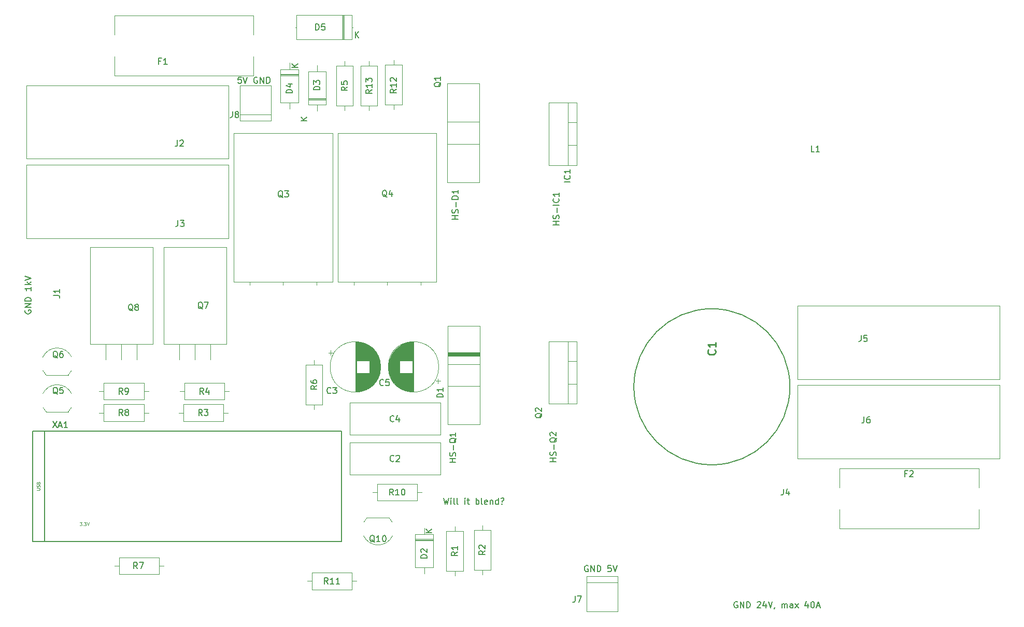
<source format=gbr>
%TF.GenerationSoftware,KiCad,Pcbnew,(5.1.8)-1*%
%TF.CreationDate,2020-11-22T17:52:55+01:00*%
%TF.ProjectId,dcconverter,6463636f-6e76-4657-9274-65722e6b6963,rev?*%
%TF.SameCoordinates,Original*%
%TF.FileFunction,Legend,Top*%
%TF.FilePolarity,Positive*%
%FSLAX46Y46*%
G04 Gerber Fmt 4.6, Leading zero omitted, Abs format (unit mm)*
G04 Created by KiCad (PCBNEW (5.1.8)-1) date 2020-11-22 17:52:55*
%MOMM*%
%LPD*%
G01*
G04 APERTURE LIST*
%ADD10C,0.150000*%
%ADD11C,0.120000*%
%ADD12C,0.100000*%
%ADD13C,0.200000*%
%ADD14C,0.075000*%
%ADD15C,0.254000*%
G04 APERTURE END LIST*
D10*
X131671428Y-112400000D02*
X131576190Y-112352380D01*
X131433333Y-112352380D01*
X131290476Y-112400000D01*
X131195238Y-112495238D01*
X131147619Y-112590476D01*
X131100000Y-112780952D01*
X131100000Y-112923809D01*
X131147619Y-113114285D01*
X131195238Y-113209523D01*
X131290476Y-113304761D01*
X131433333Y-113352380D01*
X131528571Y-113352380D01*
X131671428Y-113304761D01*
X131719047Y-113257142D01*
X131719047Y-112923809D01*
X131528571Y-112923809D01*
X132147619Y-113352380D02*
X132147619Y-112352380D01*
X132719047Y-113352380D01*
X132719047Y-112352380D01*
X133195238Y-113352380D02*
X133195238Y-112352380D01*
X133433333Y-112352380D01*
X133576190Y-112400000D01*
X133671428Y-112495238D01*
X133719047Y-112590476D01*
X133766666Y-112780952D01*
X133766666Y-112923809D01*
X133719047Y-113114285D01*
X133671428Y-113209523D01*
X133576190Y-113304761D01*
X133433333Y-113352380D01*
X133195238Y-113352380D01*
X134909523Y-112447619D02*
X134957142Y-112400000D01*
X135052380Y-112352380D01*
X135290476Y-112352380D01*
X135385714Y-112400000D01*
X135433333Y-112447619D01*
X135480952Y-112542857D01*
X135480952Y-112638095D01*
X135433333Y-112780952D01*
X134861904Y-113352380D01*
X135480952Y-113352380D01*
X136338095Y-112685714D02*
X136338095Y-113352380D01*
X136100000Y-112304761D02*
X135861904Y-113019047D01*
X136480952Y-113019047D01*
X136719047Y-112352380D02*
X137052380Y-113352380D01*
X137385714Y-112352380D01*
X137766666Y-113304761D02*
X137766666Y-113352380D01*
X137719047Y-113447619D01*
X137671428Y-113495238D01*
X138957142Y-113352380D02*
X138957142Y-112685714D01*
X138957142Y-112780952D02*
X139004761Y-112733333D01*
X139100000Y-112685714D01*
X139242857Y-112685714D01*
X139338095Y-112733333D01*
X139385714Y-112828571D01*
X139385714Y-113352380D01*
X139385714Y-112828571D02*
X139433333Y-112733333D01*
X139528571Y-112685714D01*
X139671428Y-112685714D01*
X139766666Y-112733333D01*
X139814285Y-112828571D01*
X139814285Y-113352380D01*
X140719047Y-113352380D02*
X140719047Y-112828571D01*
X140671428Y-112733333D01*
X140576190Y-112685714D01*
X140385714Y-112685714D01*
X140290476Y-112733333D01*
X140719047Y-113304761D02*
X140623809Y-113352380D01*
X140385714Y-113352380D01*
X140290476Y-113304761D01*
X140242857Y-113209523D01*
X140242857Y-113114285D01*
X140290476Y-113019047D01*
X140385714Y-112971428D01*
X140623809Y-112971428D01*
X140719047Y-112923809D01*
X141100000Y-113352380D02*
X141623809Y-112685714D01*
X141100000Y-112685714D02*
X141623809Y-113352380D01*
X143195238Y-112685714D02*
X143195238Y-113352380D01*
X142957142Y-112304761D02*
X142719047Y-113019047D01*
X143338095Y-113019047D01*
X143909523Y-112352380D02*
X144004761Y-112352380D01*
X144100000Y-112400000D01*
X144147619Y-112447619D01*
X144195238Y-112542857D01*
X144242857Y-112733333D01*
X144242857Y-112971428D01*
X144195238Y-113161904D01*
X144147619Y-113257142D01*
X144100000Y-113304761D01*
X144004761Y-113352380D01*
X143909523Y-113352380D01*
X143814285Y-113304761D01*
X143766666Y-113257142D01*
X143719047Y-113161904D01*
X143671428Y-112971428D01*
X143671428Y-112733333D01*
X143719047Y-112542857D01*
X143766666Y-112447619D01*
X143814285Y-112400000D01*
X143909523Y-112352380D01*
X144623809Y-113066666D02*
X145100000Y-113066666D01*
X144528571Y-113352380D02*
X144861904Y-112352380D01*
X145195238Y-113352380D01*
X15300000Y-64752380D02*
X15252380Y-64847619D01*
X15252380Y-64990476D01*
X15300000Y-65133333D01*
X15395238Y-65228571D01*
X15490476Y-65276190D01*
X15680952Y-65323809D01*
X15823809Y-65323809D01*
X16014285Y-65276190D01*
X16109523Y-65228571D01*
X16204761Y-65133333D01*
X16252380Y-64990476D01*
X16252380Y-64895238D01*
X16204761Y-64752380D01*
X16157142Y-64704761D01*
X15823809Y-64704761D01*
X15823809Y-64895238D01*
X16252380Y-64276190D02*
X15252380Y-64276190D01*
X16252380Y-63704761D01*
X15252380Y-63704761D01*
X16252380Y-63228571D02*
X15252380Y-63228571D01*
X15252380Y-62990476D01*
X15300000Y-62847619D01*
X15395238Y-62752380D01*
X15490476Y-62704761D01*
X15680952Y-62657142D01*
X15823809Y-62657142D01*
X16014285Y-62704761D01*
X16109523Y-62752380D01*
X16204761Y-62847619D01*
X16252380Y-62990476D01*
X16252380Y-63228571D01*
X16252380Y-60942857D02*
X16252380Y-61514285D01*
X16252380Y-61228571D02*
X15252380Y-61228571D01*
X15395238Y-61323809D01*
X15490476Y-61419047D01*
X15538095Y-61514285D01*
X16252380Y-60514285D02*
X15252380Y-60514285D01*
X15871428Y-60419047D02*
X16252380Y-60133333D01*
X15585714Y-60133333D02*
X15966666Y-60514285D01*
X15252380Y-59847619D02*
X16252380Y-59514285D01*
X15252380Y-59180952D01*
X50604761Y-26652380D02*
X50128571Y-26652380D01*
X50080952Y-27128571D01*
X50128571Y-27080952D01*
X50223809Y-27033333D01*
X50461904Y-27033333D01*
X50557142Y-27080952D01*
X50604761Y-27128571D01*
X50652380Y-27223809D01*
X50652380Y-27461904D01*
X50604761Y-27557142D01*
X50557142Y-27604761D01*
X50461904Y-27652380D01*
X50223809Y-27652380D01*
X50128571Y-27604761D01*
X50080952Y-27557142D01*
X50938095Y-26652380D02*
X51271428Y-27652380D01*
X51604761Y-26652380D01*
X53223809Y-26700000D02*
X53128571Y-26652380D01*
X52985714Y-26652380D01*
X52842857Y-26700000D01*
X52747619Y-26795238D01*
X52700000Y-26890476D01*
X52652380Y-27080952D01*
X52652380Y-27223809D01*
X52700000Y-27414285D01*
X52747619Y-27509523D01*
X52842857Y-27604761D01*
X52985714Y-27652380D01*
X53080952Y-27652380D01*
X53223809Y-27604761D01*
X53271428Y-27557142D01*
X53271428Y-27223809D01*
X53080952Y-27223809D01*
X53700000Y-27652380D02*
X53700000Y-26652380D01*
X54271428Y-27652380D01*
X54271428Y-26652380D01*
X54747619Y-27652380D02*
X54747619Y-26652380D01*
X54985714Y-26652380D01*
X55128571Y-26700000D01*
X55223809Y-26795238D01*
X55271428Y-26890476D01*
X55319047Y-27080952D01*
X55319047Y-27223809D01*
X55271428Y-27414285D01*
X55223809Y-27509523D01*
X55128571Y-27604761D01*
X54985714Y-27652380D01*
X54747619Y-27652380D01*
X107252380Y-106500000D02*
X107157142Y-106452380D01*
X107014285Y-106452380D01*
X106871428Y-106500000D01*
X106776190Y-106595238D01*
X106728571Y-106690476D01*
X106680952Y-106880952D01*
X106680952Y-107023809D01*
X106728571Y-107214285D01*
X106776190Y-107309523D01*
X106871428Y-107404761D01*
X107014285Y-107452380D01*
X107109523Y-107452380D01*
X107252380Y-107404761D01*
X107300000Y-107357142D01*
X107300000Y-107023809D01*
X107109523Y-107023809D01*
X107728571Y-107452380D02*
X107728571Y-106452380D01*
X108300000Y-107452380D01*
X108300000Y-106452380D01*
X108776190Y-107452380D02*
X108776190Y-106452380D01*
X109014285Y-106452380D01*
X109157142Y-106500000D01*
X109252380Y-106595238D01*
X109300000Y-106690476D01*
X109347619Y-106880952D01*
X109347619Y-107023809D01*
X109300000Y-107214285D01*
X109252380Y-107309523D01*
X109157142Y-107404761D01*
X109014285Y-107452380D01*
X108776190Y-107452380D01*
X111014285Y-106452380D02*
X110538095Y-106452380D01*
X110490476Y-106928571D01*
X110538095Y-106880952D01*
X110633333Y-106833333D01*
X110871428Y-106833333D01*
X110966666Y-106880952D01*
X111014285Y-106928571D01*
X111061904Y-107023809D01*
X111061904Y-107261904D01*
X111014285Y-107357142D01*
X110966666Y-107404761D01*
X110871428Y-107452380D01*
X110633333Y-107452380D01*
X110538095Y-107404761D01*
X110490476Y-107357142D01*
X111347619Y-106452380D02*
X111680952Y-107452380D01*
X112014285Y-106452380D01*
X83647619Y-95452380D02*
X83885714Y-96452380D01*
X84076190Y-95738095D01*
X84266666Y-96452380D01*
X84504761Y-95452380D01*
X84885714Y-96452380D02*
X84885714Y-95785714D01*
X84885714Y-95452380D02*
X84838095Y-95500000D01*
X84885714Y-95547619D01*
X84933333Y-95500000D01*
X84885714Y-95452380D01*
X84885714Y-95547619D01*
X85504761Y-96452380D02*
X85409523Y-96404761D01*
X85361904Y-96309523D01*
X85361904Y-95452380D01*
X86028571Y-96452380D02*
X85933333Y-96404761D01*
X85885714Y-96309523D01*
X85885714Y-95452380D01*
X87171428Y-96452380D02*
X87171428Y-95785714D01*
X87171428Y-95452380D02*
X87123809Y-95500000D01*
X87171428Y-95547619D01*
X87219047Y-95500000D01*
X87171428Y-95452380D01*
X87171428Y-95547619D01*
X87504761Y-95785714D02*
X87885714Y-95785714D01*
X87647619Y-95452380D02*
X87647619Y-96309523D01*
X87695238Y-96404761D01*
X87790476Y-96452380D01*
X87885714Y-96452380D01*
X88980952Y-96452380D02*
X88980952Y-95452380D01*
X88980952Y-95833333D02*
X89076190Y-95785714D01*
X89266666Y-95785714D01*
X89361904Y-95833333D01*
X89409523Y-95880952D01*
X89457142Y-95976190D01*
X89457142Y-96261904D01*
X89409523Y-96357142D01*
X89361904Y-96404761D01*
X89266666Y-96452380D01*
X89076190Y-96452380D01*
X88980952Y-96404761D01*
X90028571Y-96452380D02*
X89933333Y-96404761D01*
X89885714Y-96309523D01*
X89885714Y-95452380D01*
X90790476Y-96404761D02*
X90695238Y-96452380D01*
X90504761Y-96452380D01*
X90409523Y-96404761D01*
X90361904Y-96309523D01*
X90361904Y-95928571D01*
X90409523Y-95833333D01*
X90504761Y-95785714D01*
X90695238Y-95785714D01*
X90790476Y-95833333D01*
X90838095Y-95928571D01*
X90838095Y-96023809D01*
X90361904Y-96119047D01*
X91266666Y-95785714D02*
X91266666Y-96452380D01*
X91266666Y-95880952D02*
X91314285Y-95833333D01*
X91409523Y-95785714D01*
X91552380Y-95785714D01*
X91647619Y-95833333D01*
X91695238Y-95928571D01*
X91695238Y-96452380D01*
X92600000Y-96452380D02*
X92600000Y-95452380D01*
X92600000Y-96404761D02*
X92504761Y-96452380D01*
X92314285Y-96452380D01*
X92219047Y-96404761D01*
X92171428Y-96357142D01*
X92123809Y-96261904D01*
X92123809Y-95976190D01*
X92171428Y-95880952D01*
X92219047Y-95833333D01*
X92314285Y-95785714D01*
X92504761Y-95785714D01*
X92600000Y-95833333D01*
X93219047Y-96357142D02*
X93266666Y-96404761D01*
X93219047Y-96452380D01*
X93171428Y-96404761D01*
X93219047Y-96357142D01*
X93219047Y-96452380D01*
X93028571Y-95500000D02*
X93123809Y-95452380D01*
X93361904Y-95452380D01*
X93457142Y-95500000D01*
X93504761Y-95595238D01*
X93504761Y-95690476D01*
X93457142Y-95785714D01*
X93409523Y-95833333D01*
X93314285Y-95880952D01*
X93266666Y-95928571D01*
X93219047Y-96023809D01*
X93219047Y-96071428D01*
%TO.C,XA1*%
X16500000Y-84466000D02*
X16500000Y-102500000D01*
X66980000Y-84500000D02*
X66980000Y-102500000D01*
X16500000Y-84466000D02*
X66980000Y-84466000D01*
X18500000Y-84500000D02*
X18500000Y-102500000D01*
X16500000Y-102500000D02*
X66980000Y-102500000D01*
D11*
%TO.C,R13*%
X71500000Y-32120000D02*
X71500000Y-31350000D01*
X71500000Y-24040000D02*
X71500000Y-24810000D01*
X72870000Y-31350000D02*
X72870000Y-24810000D01*
X70130000Y-31350000D02*
X72870000Y-31350000D01*
X70130000Y-24810000D02*
X70130000Y-31350000D01*
X72870000Y-24810000D02*
X70130000Y-24810000D01*
%TO.C,R12*%
X75500000Y-23880000D02*
X75500000Y-24650000D01*
X75500000Y-31960000D02*
X75500000Y-31190000D01*
X74130000Y-24650000D02*
X74130000Y-31190000D01*
X76870000Y-24650000D02*
X74130000Y-24650000D01*
X76870000Y-31190000D02*
X76870000Y-24650000D01*
X74130000Y-31190000D02*
X76870000Y-31190000D01*
%TO.C,R11*%
X61380000Y-109000000D02*
X62150000Y-109000000D01*
X69460000Y-109000000D02*
X68690000Y-109000000D01*
X62150000Y-110370000D02*
X68690000Y-110370000D01*
X62150000Y-107630000D02*
X62150000Y-110370000D01*
X68690000Y-107630000D02*
X62150000Y-107630000D01*
X68690000Y-110370000D02*
X68690000Y-107630000D01*
%TO.C,R10*%
X80120000Y-94500000D02*
X79350000Y-94500000D01*
X72040000Y-94500000D02*
X72810000Y-94500000D01*
X79350000Y-93130000D02*
X72810000Y-93130000D01*
X79350000Y-95870000D02*
X79350000Y-93130000D01*
X72810000Y-95870000D02*
X79350000Y-95870000D01*
X72810000Y-93130000D02*
X72810000Y-95870000D01*
%TO.C,R9*%
X27380000Y-78000000D02*
X28150000Y-78000000D01*
X35460000Y-78000000D02*
X34690000Y-78000000D01*
X28150000Y-79370000D02*
X34690000Y-79370000D01*
X28150000Y-76630000D02*
X28150000Y-79370000D01*
X34690000Y-76630000D02*
X28150000Y-76630000D01*
X34690000Y-79370000D02*
X34690000Y-76630000D01*
%TO.C,R8*%
X27380000Y-81500000D02*
X28150000Y-81500000D01*
X35460000Y-81500000D02*
X34690000Y-81500000D01*
X28150000Y-82870000D02*
X34690000Y-82870000D01*
X28150000Y-80130000D02*
X28150000Y-82870000D01*
X34690000Y-80130000D02*
X28150000Y-80130000D01*
X34690000Y-82870000D02*
X34690000Y-80130000D01*
%TO.C,R7*%
X29880000Y-106500000D02*
X30650000Y-106500000D01*
X37960000Y-106500000D02*
X37190000Y-106500000D01*
X30650000Y-107870000D02*
X37190000Y-107870000D01*
X30650000Y-105130000D02*
X30650000Y-107870000D01*
X37190000Y-105130000D02*
X30650000Y-105130000D01*
X37190000Y-107870000D02*
X37190000Y-105130000D01*
%TO.C,R6*%
X62500000Y-72880000D02*
X62500000Y-73650000D01*
X62500000Y-80960000D02*
X62500000Y-80190000D01*
X61130000Y-73650000D02*
X61130000Y-80190000D01*
X63870000Y-73650000D02*
X61130000Y-73650000D01*
X63870000Y-80190000D02*
X63870000Y-73650000D01*
X61130000Y-80190000D02*
X63870000Y-80190000D01*
%TO.C,R5*%
X67500000Y-32120000D02*
X67500000Y-31350000D01*
X67500000Y-24040000D02*
X67500000Y-24810000D01*
X68870000Y-31350000D02*
X68870000Y-24810000D01*
X66130000Y-31350000D02*
X68870000Y-31350000D01*
X66130000Y-24810000D02*
X66130000Y-31350000D01*
X68870000Y-24810000D02*
X66130000Y-24810000D01*
%TO.C,R4*%
X48620000Y-78000000D02*
X47850000Y-78000000D01*
X40540000Y-78000000D02*
X41310000Y-78000000D01*
X47850000Y-76630000D02*
X41310000Y-76630000D01*
X47850000Y-79370000D02*
X47850000Y-76630000D01*
X41310000Y-79370000D02*
X47850000Y-79370000D01*
X41310000Y-76630000D02*
X41310000Y-79370000D01*
%TO.C,R3*%
X40380000Y-81500000D02*
X41150000Y-81500000D01*
X48460000Y-81500000D02*
X47690000Y-81500000D01*
X41150000Y-82870000D02*
X47690000Y-82870000D01*
X41150000Y-80130000D02*
X41150000Y-82870000D01*
X47690000Y-80130000D02*
X41150000Y-80130000D01*
X47690000Y-82870000D02*
X47690000Y-80130000D01*
%TO.C,R2*%
X90000000Y-99880000D02*
X90000000Y-100650000D01*
X90000000Y-107960000D02*
X90000000Y-107190000D01*
X88630000Y-100650000D02*
X88630000Y-107190000D01*
X91370000Y-100650000D02*
X88630000Y-100650000D01*
X91370000Y-107190000D02*
X91370000Y-100650000D01*
X88630000Y-107190000D02*
X91370000Y-107190000D01*
%TO.C,R1*%
X85500000Y-108120000D02*
X85500000Y-107350000D01*
X85500000Y-100040000D02*
X85500000Y-100810000D01*
X86870000Y-107350000D02*
X86870000Y-100810000D01*
X84130000Y-107350000D02*
X86870000Y-107350000D01*
X84130000Y-100810000D02*
X84130000Y-107350000D01*
X86870000Y-100810000D02*
X84130000Y-100810000D01*
%TO.C,Q10*%
X74760000Y-98650000D02*
X71160000Y-98650000D01*
X70635816Y-99377205D02*
G75*
G02*
X71160000Y-98650000I2324184J-1122795D01*
G01*
X70603600Y-101598807D02*
G75*
G03*
X72960000Y-103100000I2356400J1098807D01*
G01*
X75316400Y-101598807D02*
G75*
G02*
X72960000Y-103100000I-2356400J1098807D01*
G01*
X75284184Y-99377205D02*
G75*
G03*
X74760000Y-98650000I-2324184J-1122795D01*
G01*
%TO.C,Q8*%
X33580000Y-70310000D02*
X33580000Y-72850000D01*
X31040000Y-70310000D02*
X31040000Y-72850000D01*
X28500000Y-70310000D02*
X28500000Y-72850000D01*
X36160000Y-54420000D02*
X36160000Y-70310000D01*
X25920000Y-54420000D02*
X25920000Y-70310000D01*
X25920000Y-54420000D02*
X36160000Y-54420000D01*
X25920000Y-70310000D02*
X36160000Y-70310000D01*
%TO.C,Q7*%
X45580000Y-70310000D02*
X45580000Y-72850000D01*
X43040000Y-70310000D02*
X43040000Y-72850000D01*
X40500000Y-70310000D02*
X40500000Y-72850000D01*
X48160000Y-54420000D02*
X48160000Y-70310000D01*
X37920000Y-54420000D02*
X37920000Y-70310000D01*
X37920000Y-54420000D02*
X48160000Y-54420000D01*
X37920000Y-70310000D02*
X48160000Y-70310000D01*
%TO.C,Q6*%
X18740000Y-75350000D02*
X22340000Y-75350000D01*
X22864184Y-74622795D02*
G75*
G02*
X22340000Y-75350000I-2324184J1122795D01*
G01*
X22896400Y-72401193D02*
G75*
G03*
X20540000Y-70900000I-2356400J-1098807D01*
G01*
X18183600Y-72401193D02*
G75*
G02*
X20540000Y-70900000I2356400J-1098807D01*
G01*
X18215816Y-74622795D02*
G75*
G03*
X18740000Y-75350000I2324184J1122795D01*
G01*
%TO.C,Q5*%
X18740000Y-81350000D02*
X22340000Y-81350000D01*
X22864184Y-80622795D02*
G75*
G02*
X22340000Y-81350000I-2324184J1122795D01*
G01*
X22896400Y-78401193D02*
G75*
G03*
X20540000Y-76900000I-2356400J-1098807D01*
G01*
X18183600Y-78401193D02*
G75*
G02*
X20540000Y-76900000I2356400J-1098807D01*
G01*
X18215816Y-80622795D02*
G75*
G03*
X18740000Y-81350000I2324184J1122795D01*
G01*
%TO.C,Q4*%
X79900000Y-60120000D02*
X79900000Y-60600000D01*
X74450000Y-60120000D02*
X74450000Y-60600000D01*
X69000000Y-60120000D02*
X69000000Y-60600000D01*
X82520000Y-35800000D02*
X82520000Y-60120000D01*
X66380000Y-35800000D02*
X66380000Y-60120000D01*
X66380000Y-35800000D02*
X82520000Y-35800000D01*
X66380000Y-60120000D02*
X82520000Y-60120000D01*
%TO.C,Q3*%
X62900000Y-60120000D02*
X62900000Y-60600000D01*
X57450000Y-60120000D02*
X57450000Y-60600000D01*
X52000000Y-60120000D02*
X52000000Y-60600000D01*
X65520000Y-35800000D02*
X65520000Y-60120000D01*
X49380000Y-35800000D02*
X49380000Y-60120000D01*
X49380000Y-35800000D02*
X65520000Y-35800000D01*
X49380000Y-60120000D02*
X65520000Y-60120000D01*
%TO.C,Q2*%
X105460000Y-69810000D02*
X105460000Y-80050000D01*
X100819000Y-69810000D02*
X100819000Y-80050000D01*
X105460000Y-69810000D02*
X100819000Y-69810000D01*
X105460000Y-80050000D02*
X100819000Y-80050000D01*
X103950000Y-69810000D02*
X103950000Y-80050000D01*
X105460000Y-73080000D02*
X103950000Y-73080000D01*
X105460000Y-76781000D02*
X103950000Y-76781000D01*
%TO.C,Q1*%
X89551000Y-27680000D02*
X89551000Y-43820000D01*
X84280000Y-27680000D02*
X84280000Y-43820000D01*
X89551000Y-27680000D02*
X84280000Y-27680000D01*
X89551000Y-43820000D02*
X84280000Y-43820000D01*
X89551000Y-33946000D02*
X84280000Y-33946000D01*
X89551000Y-37555000D02*
X84280000Y-37555000D01*
%TO.C,J8*%
X55500000Y-32800000D02*
X50420000Y-32800000D01*
X55500000Y-33800000D02*
X50420000Y-33800000D01*
X50420000Y-28000000D02*
X50420000Y-33800000D01*
X55500000Y-28000000D02*
X55500000Y-33800000D01*
X55500000Y-28000000D02*
X50420000Y-28000000D01*
%TO.C,J7*%
X107000000Y-109200000D02*
X112080000Y-109200000D01*
X107000000Y-108200000D02*
X112080000Y-108200000D01*
X112080000Y-114000000D02*
X112080000Y-108200000D01*
X107000000Y-114000000D02*
X107000000Y-108200000D01*
X107000000Y-114000000D02*
X112080000Y-114000000D01*
%TO.C,J6*%
X141500000Y-89000000D02*
X174500000Y-89000000D01*
X174500000Y-89000000D02*
X174500000Y-77000000D01*
X141500000Y-77000000D02*
X174500000Y-77000000D01*
X141500000Y-89000000D02*
X141500000Y-77000000D01*
%TO.C,J5*%
X141500000Y-76000000D02*
X174500000Y-76000000D01*
X174500000Y-76000000D02*
X174500000Y-64000000D01*
X141500000Y-64000000D02*
X174500000Y-64000000D01*
X141500000Y-76000000D02*
X141500000Y-64000000D01*
%TO.C,J3*%
X48500000Y-41000000D02*
X15500000Y-41000000D01*
X15500000Y-41000000D02*
X15500000Y-53000000D01*
X48500000Y-53000000D02*
X15500000Y-53000000D01*
X48500000Y-41000000D02*
X48500000Y-53000000D01*
%TO.C,J2*%
X48500000Y-28000000D02*
X15500000Y-28000000D01*
X15500000Y-28000000D02*
X15500000Y-40000000D01*
X48500000Y-40000000D02*
X15500000Y-40000000D01*
X48500000Y-28000000D02*
X48500000Y-40000000D01*
%TO.C,IC1*%
X105460000Y-37776000D02*
X103950000Y-37776000D01*
X105460000Y-34075000D02*
X103950000Y-34075000D01*
X103950000Y-30805000D02*
X103950000Y-41045000D01*
X105460000Y-41045000D02*
X100819000Y-41045000D01*
X105460000Y-30805000D02*
X100819000Y-30805000D01*
X100819000Y-30805000D02*
X100819000Y-41045000D01*
X105460000Y-30805000D02*
X105460000Y-41045000D01*
%TO.C,F2*%
X171110000Y-90590000D02*
X171110000Y-93750000D01*
X171110000Y-90590000D02*
X148390000Y-90590000D01*
X171110000Y-100410000D02*
X148390000Y-100410000D01*
X171110000Y-97250000D02*
X171110000Y-100410000D01*
X148390000Y-97250000D02*
X148390000Y-100410000D01*
X148390000Y-90590000D02*
X148390000Y-93750000D01*
%TO.C,F1*%
X52610000Y-16590000D02*
X52610000Y-19750000D01*
X52610000Y-16590000D02*
X29890000Y-16590000D01*
X52610000Y-26410000D02*
X29890000Y-26410000D01*
X52610000Y-23250000D02*
X52610000Y-26410000D01*
X29890000Y-23250000D02*
X29890000Y-26410000D01*
X29890000Y-16590000D02*
X29890000Y-19750000D01*
%TO.C,D5*%
X68720000Y-20470000D02*
X68720000Y-16530000D01*
X68720000Y-16530000D02*
X59580000Y-16530000D01*
X59580000Y-16530000D02*
X59580000Y-20470000D01*
X59580000Y-20470000D02*
X68720000Y-20470000D01*
X68860000Y-18500000D02*
X68720000Y-18500000D01*
X59440000Y-18500000D02*
X59580000Y-18500000D01*
X67265000Y-20470000D02*
X67265000Y-16530000D01*
X67145000Y-20470000D02*
X67145000Y-16530000D01*
X67385000Y-20470000D02*
X67385000Y-16530000D01*
%TO.C,D4*%
X59970000Y-26140000D02*
X57030000Y-26140000D01*
X59970000Y-26380000D02*
X57030000Y-26380000D01*
X59970000Y-26260000D02*
X57030000Y-26260000D01*
X58500000Y-31820000D02*
X58500000Y-30800000D01*
X58500000Y-24340000D02*
X58500000Y-25360000D01*
X59970000Y-30800000D02*
X59970000Y-25360000D01*
X57030000Y-30800000D02*
X59970000Y-30800000D01*
X57030000Y-25360000D02*
X57030000Y-30800000D01*
X59970000Y-25360000D02*
X57030000Y-25360000D01*
%TO.C,D3*%
X61530000Y-30360000D02*
X64470000Y-30360000D01*
X61530000Y-30120000D02*
X64470000Y-30120000D01*
X61530000Y-30240000D02*
X64470000Y-30240000D01*
X63000000Y-24680000D02*
X63000000Y-25700000D01*
X63000000Y-32160000D02*
X63000000Y-31140000D01*
X61530000Y-25700000D02*
X61530000Y-31140000D01*
X64470000Y-25700000D02*
X61530000Y-25700000D01*
X64470000Y-31140000D02*
X64470000Y-25700000D01*
X61530000Y-31140000D02*
X64470000Y-31140000D01*
%TO.C,D2*%
X81970000Y-102140000D02*
X79030000Y-102140000D01*
X81970000Y-102380000D02*
X79030000Y-102380000D01*
X81970000Y-102260000D02*
X79030000Y-102260000D01*
X80500000Y-107820000D02*
X80500000Y-106800000D01*
X80500000Y-100340000D02*
X80500000Y-101360000D01*
X81970000Y-106800000D02*
X81970000Y-101360000D01*
X79030000Y-106800000D02*
X81970000Y-106800000D01*
X79030000Y-101360000D02*
X79030000Y-106800000D01*
X81970000Y-101360000D02*
X79030000Y-101360000D01*
D12*
%TO.C,D1*%
G36*
X84330000Y-72205000D02*
G01*
X84330000Y-71655000D01*
X89580000Y-71655000D01*
X89580000Y-72205000D01*
X84330000Y-72205000D01*
G37*
X84330000Y-72205000D02*
X84330000Y-71655000D01*
X89580000Y-71655000D01*
X89580000Y-72205000D01*
X84330000Y-72205000D01*
D11*
X89581000Y-77160000D02*
X84310000Y-77160000D01*
X89581000Y-73551000D02*
X84310000Y-73551000D01*
X89581000Y-83425000D02*
X84310000Y-83425000D01*
X89581000Y-67285000D02*
X84310000Y-67285000D01*
X84310000Y-67285000D02*
X84310000Y-83425000D01*
X89581000Y-67285000D02*
X89581000Y-83425000D01*
%TO.C,C5*%
X82759698Y-76715000D02*
X82759698Y-75915000D01*
X83159698Y-76315000D02*
X82359698Y-76315000D01*
X74669000Y-74533000D02*
X74669000Y-73467000D01*
X74709000Y-74768000D02*
X74709000Y-73232000D01*
X74749000Y-74948000D02*
X74749000Y-73052000D01*
X74789000Y-75098000D02*
X74789000Y-72902000D01*
X74829000Y-75229000D02*
X74829000Y-72771000D01*
X74869000Y-75346000D02*
X74869000Y-72654000D01*
X74909000Y-75453000D02*
X74909000Y-72547000D01*
X74949000Y-75552000D02*
X74949000Y-72448000D01*
X74989000Y-75645000D02*
X74989000Y-72355000D01*
X75029000Y-75731000D02*
X75029000Y-72269000D01*
X75069000Y-75813000D02*
X75069000Y-72187000D01*
X75109000Y-75890000D02*
X75109000Y-72110000D01*
X75149000Y-75964000D02*
X75149000Y-72036000D01*
X75189000Y-76034000D02*
X75189000Y-71966000D01*
X75229000Y-76102000D02*
X75229000Y-71898000D01*
X75269000Y-76166000D02*
X75269000Y-71834000D01*
X75309000Y-76228000D02*
X75309000Y-71772000D01*
X75349000Y-76287000D02*
X75349000Y-71713000D01*
X75389000Y-76345000D02*
X75389000Y-71655000D01*
X75429000Y-76400000D02*
X75429000Y-71600000D01*
X75469000Y-76454000D02*
X75469000Y-71546000D01*
X75509000Y-76505000D02*
X75509000Y-71495000D01*
X75549000Y-76556000D02*
X75549000Y-71444000D01*
X75589000Y-76604000D02*
X75589000Y-71396000D01*
X75629000Y-76651000D02*
X75629000Y-71349000D01*
X75669000Y-76697000D02*
X75669000Y-71303000D01*
X75709000Y-76741000D02*
X75709000Y-71259000D01*
X75749000Y-76784000D02*
X75749000Y-71216000D01*
X75789000Y-76826000D02*
X75789000Y-71174000D01*
X75829000Y-76867000D02*
X75829000Y-71133000D01*
X75869000Y-76907000D02*
X75869000Y-71093000D01*
X75909000Y-76945000D02*
X75909000Y-71055000D01*
X75949000Y-76983000D02*
X75949000Y-71017000D01*
X75989000Y-77019000D02*
X75989000Y-70981000D01*
X76029000Y-77055000D02*
X76029000Y-70945000D01*
X76069000Y-77090000D02*
X76069000Y-70910000D01*
X76109000Y-77124000D02*
X76109000Y-70876000D01*
X76149000Y-77156000D02*
X76149000Y-70844000D01*
X76189000Y-77189000D02*
X76189000Y-70811000D01*
X76229000Y-77220000D02*
X76229000Y-70780000D01*
X76269000Y-77250000D02*
X76269000Y-70750000D01*
X76309000Y-77280000D02*
X76309000Y-70720000D01*
X76349000Y-77309000D02*
X76349000Y-70691000D01*
X76389000Y-77338000D02*
X76389000Y-70662000D01*
X76429000Y-77365000D02*
X76429000Y-70635000D01*
X76469000Y-72960000D02*
X76469000Y-70608000D01*
X76469000Y-77392000D02*
X76469000Y-75040000D01*
X76509000Y-72960000D02*
X76509000Y-70582000D01*
X76509000Y-77418000D02*
X76509000Y-75040000D01*
X76549000Y-72960000D02*
X76549000Y-70556000D01*
X76549000Y-77444000D02*
X76549000Y-75040000D01*
X76589000Y-72960000D02*
X76589000Y-70531000D01*
X76589000Y-77469000D02*
X76589000Y-75040000D01*
X76629000Y-72960000D02*
X76629000Y-70507000D01*
X76629000Y-77493000D02*
X76629000Y-75040000D01*
X76669000Y-72960000D02*
X76669000Y-70483000D01*
X76669000Y-77517000D02*
X76669000Y-75040000D01*
X76709000Y-72960000D02*
X76709000Y-70460000D01*
X76709000Y-77540000D02*
X76709000Y-75040000D01*
X76749000Y-72960000D02*
X76749000Y-70438000D01*
X76749000Y-77562000D02*
X76749000Y-75040000D01*
X76789000Y-72960000D02*
X76789000Y-70416000D01*
X76789000Y-77584000D02*
X76789000Y-75040000D01*
X76829000Y-72960000D02*
X76829000Y-70394000D01*
X76829000Y-77606000D02*
X76829000Y-75040000D01*
X76869000Y-72960000D02*
X76869000Y-70373000D01*
X76869000Y-77627000D02*
X76869000Y-75040000D01*
X76909000Y-72960000D02*
X76909000Y-70353000D01*
X76909000Y-77647000D02*
X76909000Y-75040000D01*
X76949000Y-72960000D02*
X76949000Y-70334000D01*
X76949000Y-77666000D02*
X76949000Y-75040000D01*
X76989000Y-72960000D02*
X76989000Y-70314000D01*
X76989000Y-77686000D02*
X76989000Y-75040000D01*
X77029000Y-72960000D02*
X77029000Y-70296000D01*
X77029000Y-77704000D02*
X77029000Y-75040000D01*
X77069000Y-72960000D02*
X77069000Y-70278000D01*
X77069000Y-77722000D02*
X77069000Y-75040000D01*
X77109000Y-72960000D02*
X77109000Y-70260000D01*
X77109000Y-77740000D02*
X77109000Y-75040000D01*
X77149000Y-72960000D02*
X77149000Y-70243000D01*
X77149000Y-77757000D02*
X77149000Y-75040000D01*
X77189000Y-72960000D02*
X77189000Y-70226000D01*
X77189000Y-77774000D02*
X77189000Y-75040000D01*
X77229000Y-72960000D02*
X77229000Y-70210000D01*
X77229000Y-77790000D02*
X77229000Y-75040000D01*
X77269000Y-72960000D02*
X77269000Y-70195000D01*
X77269000Y-77805000D02*
X77269000Y-75040000D01*
X77309000Y-72960000D02*
X77309000Y-70179000D01*
X77309000Y-77821000D02*
X77309000Y-75040000D01*
X77349000Y-72960000D02*
X77349000Y-70165000D01*
X77349000Y-77835000D02*
X77349000Y-75040000D01*
X77389000Y-72960000D02*
X77389000Y-70150000D01*
X77389000Y-77850000D02*
X77389000Y-75040000D01*
X77429000Y-72960000D02*
X77429000Y-70137000D01*
X77429000Y-77863000D02*
X77429000Y-75040000D01*
X77469000Y-72960000D02*
X77469000Y-70123000D01*
X77469000Y-77877000D02*
X77469000Y-75040000D01*
X77509000Y-72960000D02*
X77509000Y-70111000D01*
X77509000Y-77889000D02*
X77509000Y-75040000D01*
X77549000Y-72960000D02*
X77549000Y-70098000D01*
X77549000Y-77902000D02*
X77549000Y-75040000D01*
X77589000Y-72960000D02*
X77589000Y-70086000D01*
X77589000Y-77914000D02*
X77589000Y-75040000D01*
X77629000Y-72960000D02*
X77629000Y-70075000D01*
X77629000Y-77925000D02*
X77629000Y-75040000D01*
X77669000Y-72960000D02*
X77669000Y-70064000D01*
X77669000Y-77936000D02*
X77669000Y-75040000D01*
X77709000Y-72960000D02*
X77709000Y-70053000D01*
X77709000Y-77947000D02*
X77709000Y-75040000D01*
X77749000Y-72960000D02*
X77749000Y-70043000D01*
X77749000Y-77957000D02*
X77749000Y-75040000D01*
X77789000Y-72960000D02*
X77789000Y-70033000D01*
X77789000Y-77967000D02*
X77789000Y-75040000D01*
X77829000Y-72960000D02*
X77829000Y-70024000D01*
X77829000Y-77976000D02*
X77829000Y-75040000D01*
X77869000Y-72960000D02*
X77869000Y-70015000D01*
X77869000Y-77985000D02*
X77869000Y-75040000D01*
X77909000Y-72960000D02*
X77909000Y-70006000D01*
X77909000Y-77994000D02*
X77909000Y-75040000D01*
X77949000Y-72960000D02*
X77949000Y-69998000D01*
X77949000Y-78002000D02*
X77949000Y-75040000D01*
X77989000Y-72960000D02*
X77989000Y-69990000D01*
X77989000Y-78010000D02*
X77989000Y-75040000D01*
X78029000Y-72960000D02*
X78029000Y-69983000D01*
X78029000Y-78017000D02*
X78029000Y-75040000D01*
X78070000Y-72960000D02*
X78070000Y-69976000D01*
X78070000Y-78024000D02*
X78070000Y-75040000D01*
X78110000Y-72960000D02*
X78110000Y-69970000D01*
X78110000Y-78030000D02*
X78110000Y-75040000D01*
X78150000Y-72960000D02*
X78150000Y-69963000D01*
X78150000Y-78037000D02*
X78150000Y-75040000D01*
X78190000Y-72960000D02*
X78190000Y-69958000D01*
X78190000Y-78042000D02*
X78190000Y-75040000D01*
X78230000Y-72960000D02*
X78230000Y-69952000D01*
X78230000Y-78048000D02*
X78230000Y-75040000D01*
X78270000Y-72960000D02*
X78270000Y-69948000D01*
X78270000Y-78052000D02*
X78270000Y-75040000D01*
X78310000Y-72960000D02*
X78310000Y-69943000D01*
X78310000Y-78057000D02*
X78310000Y-75040000D01*
X78350000Y-72960000D02*
X78350000Y-69939000D01*
X78350000Y-78061000D02*
X78350000Y-75040000D01*
X78390000Y-72960000D02*
X78390000Y-69935000D01*
X78390000Y-78065000D02*
X78390000Y-75040000D01*
X78430000Y-72960000D02*
X78430000Y-69932000D01*
X78430000Y-78068000D02*
X78430000Y-75040000D01*
X78470000Y-72960000D02*
X78470000Y-69929000D01*
X78470000Y-78071000D02*
X78470000Y-75040000D01*
X78510000Y-72960000D02*
X78510000Y-69926000D01*
X78510000Y-78074000D02*
X78510000Y-75040000D01*
X78550000Y-78076000D02*
X78550000Y-69924000D01*
X78590000Y-78077000D02*
X78590000Y-69923000D01*
X78630000Y-78079000D02*
X78630000Y-69921000D01*
X78670000Y-78080000D02*
X78670000Y-69920000D01*
X78710000Y-78080000D02*
X78710000Y-69920000D01*
X78750000Y-78080000D02*
X78750000Y-69920000D01*
X82870000Y-74000000D02*
G75*
G03*
X82870000Y-74000000I-4120000J0D01*
G01*
%TO.C,C4*%
X83120000Y-79880000D02*
X83120000Y-85120000D01*
X68380000Y-79880000D02*
X68380000Y-85120000D01*
X68380000Y-85120000D02*
X83120000Y-85120000D01*
X68380000Y-79880000D02*
X83120000Y-79880000D01*
%TO.C,C3*%
X65240302Y-71285000D02*
X65240302Y-72085000D01*
X64840302Y-71685000D02*
X65640302Y-71685000D01*
X73331000Y-73467000D02*
X73331000Y-74533000D01*
X73291000Y-73232000D02*
X73291000Y-74768000D01*
X73251000Y-73052000D02*
X73251000Y-74948000D01*
X73211000Y-72902000D02*
X73211000Y-75098000D01*
X73171000Y-72771000D02*
X73171000Y-75229000D01*
X73131000Y-72654000D02*
X73131000Y-75346000D01*
X73091000Y-72547000D02*
X73091000Y-75453000D01*
X73051000Y-72448000D02*
X73051000Y-75552000D01*
X73011000Y-72355000D02*
X73011000Y-75645000D01*
X72971000Y-72269000D02*
X72971000Y-75731000D01*
X72931000Y-72187000D02*
X72931000Y-75813000D01*
X72891000Y-72110000D02*
X72891000Y-75890000D01*
X72851000Y-72036000D02*
X72851000Y-75964000D01*
X72811000Y-71966000D02*
X72811000Y-76034000D01*
X72771000Y-71898000D02*
X72771000Y-76102000D01*
X72731000Y-71834000D02*
X72731000Y-76166000D01*
X72691000Y-71772000D02*
X72691000Y-76228000D01*
X72651000Y-71713000D02*
X72651000Y-76287000D01*
X72611000Y-71655000D02*
X72611000Y-76345000D01*
X72571000Y-71600000D02*
X72571000Y-76400000D01*
X72531000Y-71546000D02*
X72531000Y-76454000D01*
X72491000Y-71495000D02*
X72491000Y-76505000D01*
X72451000Y-71444000D02*
X72451000Y-76556000D01*
X72411000Y-71396000D02*
X72411000Y-76604000D01*
X72371000Y-71349000D02*
X72371000Y-76651000D01*
X72331000Y-71303000D02*
X72331000Y-76697000D01*
X72291000Y-71259000D02*
X72291000Y-76741000D01*
X72251000Y-71216000D02*
X72251000Y-76784000D01*
X72211000Y-71174000D02*
X72211000Y-76826000D01*
X72171000Y-71133000D02*
X72171000Y-76867000D01*
X72131000Y-71093000D02*
X72131000Y-76907000D01*
X72091000Y-71055000D02*
X72091000Y-76945000D01*
X72051000Y-71017000D02*
X72051000Y-76983000D01*
X72011000Y-70981000D02*
X72011000Y-77019000D01*
X71971000Y-70945000D02*
X71971000Y-77055000D01*
X71931000Y-70910000D02*
X71931000Y-77090000D01*
X71891000Y-70876000D02*
X71891000Y-77124000D01*
X71851000Y-70844000D02*
X71851000Y-77156000D01*
X71811000Y-70811000D02*
X71811000Y-77189000D01*
X71771000Y-70780000D02*
X71771000Y-77220000D01*
X71731000Y-70750000D02*
X71731000Y-77250000D01*
X71691000Y-70720000D02*
X71691000Y-77280000D01*
X71651000Y-70691000D02*
X71651000Y-77309000D01*
X71611000Y-70662000D02*
X71611000Y-77338000D01*
X71571000Y-70635000D02*
X71571000Y-77365000D01*
X71531000Y-75040000D02*
X71531000Y-77392000D01*
X71531000Y-70608000D02*
X71531000Y-72960000D01*
X71491000Y-75040000D02*
X71491000Y-77418000D01*
X71491000Y-70582000D02*
X71491000Y-72960000D01*
X71451000Y-75040000D02*
X71451000Y-77444000D01*
X71451000Y-70556000D02*
X71451000Y-72960000D01*
X71411000Y-75040000D02*
X71411000Y-77469000D01*
X71411000Y-70531000D02*
X71411000Y-72960000D01*
X71371000Y-75040000D02*
X71371000Y-77493000D01*
X71371000Y-70507000D02*
X71371000Y-72960000D01*
X71331000Y-75040000D02*
X71331000Y-77517000D01*
X71331000Y-70483000D02*
X71331000Y-72960000D01*
X71291000Y-75040000D02*
X71291000Y-77540000D01*
X71291000Y-70460000D02*
X71291000Y-72960000D01*
X71251000Y-75040000D02*
X71251000Y-77562000D01*
X71251000Y-70438000D02*
X71251000Y-72960000D01*
X71211000Y-75040000D02*
X71211000Y-77584000D01*
X71211000Y-70416000D02*
X71211000Y-72960000D01*
X71171000Y-75040000D02*
X71171000Y-77606000D01*
X71171000Y-70394000D02*
X71171000Y-72960000D01*
X71131000Y-75040000D02*
X71131000Y-77627000D01*
X71131000Y-70373000D02*
X71131000Y-72960000D01*
X71091000Y-75040000D02*
X71091000Y-77647000D01*
X71091000Y-70353000D02*
X71091000Y-72960000D01*
X71051000Y-75040000D02*
X71051000Y-77666000D01*
X71051000Y-70334000D02*
X71051000Y-72960000D01*
X71011000Y-75040000D02*
X71011000Y-77686000D01*
X71011000Y-70314000D02*
X71011000Y-72960000D01*
X70971000Y-75040000D02*
X70971000Y-77704000D01*
X70971000Y-70296000D02*
X70971000Y-72960000D01*
X70931000Y-75040000D02*
X70931000Y-77722000D01*
X70931000Y-70278000D02*
X70931000Y-72960000D01*
X70891000Y-75040000D02*
X70891000Y-77740000D01*
X70891000Y-70260000D02*
X70891000Y-72960000D01*
X70851000Y-75040000D02*
X70851000Y-77757000D01*
X70851000Y-70243000D02*
X70851000Y-72960000D01*
X70811000Y-75040000D02*
X70811000Y-77774000D01*
X70811000Y-70226000D02*
X70811000Y-72960000D01*
X70771000Y-75040000D02*
X70771000Y-77790000D01*
X70771000Y-70210000D02*
X70771000Y-72960000D01*
X70731000Y-75040000D02*
X70731000Y-77805000D01*
X70731000Y-70195000D02*
X70731000Y-72960000D01*
X70691000Y-75040000D02*
X70691000Y-77821000D01*
X70691000Y-70179000D02*
X70691000Y-72960000D01*
X70651000Y-75040000D02*
X70651000Y-77835000D01*
X70651000Y-70165000D02*
X70651000Y-72960000D01*
X70611000Y-75040000D02*
X70611000Y-77850000D01*
X70611000Y-70150000D02*
X70611000Y-72960000D01*
X70571000Y-75040000D02*
X70571000Y-77863000D01*
X70571000Y-70137000D02*
X70571000Y-72960000D01*
X70531000Y-75040000D02*
X70531000Y-77877000D01*
X70531000Y-70123000D02*
X70531000Y-72960000D01*
X70491000Y-75040000D02*
X70491000Y-77889000D01*
X70491000Y-70111000D02*
X70491000Y-72960000D01*
X70451000Y-75040000D02*
X70451000Y-77902000D01*
X70451000Y-70098000D02*
X70451000Y-72960000D01*
X70411000Y-75040000D02*
X70411000Y-77914000D01*
X70411000Y-70086000D02*
X70411000Y-72960000D01*
X70371000Y-75040000D02*
X70371000Y-77925000D01*
X70371000Y-70075000D02*
X70371000Y-72960000D01*
X70331000Y-75040000D02*
X70331000Y-77936000D01*
X70331000Y-70064000D02*
X70331000Y-72960000D01*
X70291000Y-75040000D02*
X70291000Y-77947000D01*
X70291000Y-70053000D02*
X70291000Y-72960000D01*
X70251000Y-75040000D02*
X70251000Y-77957000D01*
X70251000Y-70043000D02*
X70251000Y-72960000D01*
X70211000Y-75040000D02*
X70211000Y-77967000D01*
X70211000Y-70033000D02*
X70211000Y-72960000D01*
X70171000Y-75040000D02*
X70171000Y-77976000D01*
X70171000Y-70024000D02*
X70171000Y-72960000D01*
X70131000Y-75040000D02*
X70131000Y-77985000D01*
X70131000Y-70015000D02*
X70131000Y-72960000D01*
X70091000Y-75040000D02*
X70091000Y-77994000D01*
X70091000Y-70006000D02*
X70091000Y-72960000D01*
X70051000Y-75040000D02*
X70051000Y-78002000D01*
X70051000Y-69998000D02*
X70051000Y-72960000D01*
X70011000Y-75040000D02*
X70011000Y-78010000D01*
X70011000Y-69990000D02*
X70011000Y-72960000D01*
X69971000Y-75040000D02*
X69971000Y-78017000D01*
X69971000Y-69983000D02*
X69971000Y-72960000D01*
X69930000Y-75040000D02*
X69930000Y-78024000D01*
X69930000Y-69976000D02*
X69930000Y-72960000D01*
X69890000Y-75040000D02*
X69890000Y-78030000D01*
X69890000Y-69970000D02*
X69890000Y-72960000D01*
X69850000Y-75040000D02*
X69850000Y-78037000D01*
X69850000Y-69963000D02*
X69850000Y-72960000D01*
X69810000Y-75040000D02*
X69810000Y-78042000D01*
X69810000Y-69958000D02*
X69810000Y-72960000D01*
X69770000Y-75040000D02*
X69770000Y-78048000D01*
X69770000Y-69952000D02*
X69770000Y-72960000D01*
X69730000Y-75040000D02*
X69730000Y-78052000D01*
X69730000Y-69948000D02*
X69730000Y-72960000D01*
X69690000Y-75040000D02*
X69690000Y-78057000D01*
X69690000Y-69943000D02*
X69690000Y-72960000D01*
X69650000Y-75040000D02*
X69650000Y-78061000D01*
X69650000Y-69939000D02*
X69650000Y-72960000D01*
X69610000Y-75040000D02*
X69610000Y-78065000D01*
X69610000Y-69935000D02*
X69610000Y-72960000D01*
X69570000Y-75040000D02*
X69570000Y-78068000D01*
X69570000Y-69932000D02*
X69570000Y-72960000D01*
X69530000Y-75040000D02*
X69530000Y-78071000D01*
X69530000Y-69929000D02*
X69530000Y-72960000D01*
X69490000Y-75040000D02*
X69490000Y-78074000D01*
X69490000Y-69926000D02*
X69490000Y-72960000D01*
X69450000Y-69924000D02*
X69450000Y-78076000D01*
X69410000Y-69923000D02*
X69410000Y-78077000D01*
X69370000Y-69921000D02*
X69370000Y-78079000D01*
X69330000Y-69920000D02*
X69330000Y-78080000D01*
X69290000Y-69920000D02*
X69290000Y-78080000D01*
X69250000Y-69920000D02*
X69250000Y-78080000D01*
X73370000Y-74000000D02*
G75*
G03*
X73370000Y-74000000I-4120000J0D01*
G01*
%TO.C,C2*%
X68380000Y-91620000D02*
X68380000Y-86380000D01*
X83120000Y-91620000D02*
X83120000Y-86380000D01*
X83120000Y-86380000D02*
X68380000Y-86380000D01*
X83120000Y-91620000D02*
X68380000Y-91620000D01*
D13*
%TO.C,C1*%
X140250000Y-77250000D02*
G75*
G03*
X140250000Y-77250000I-12750000J0D01*
G01*
%TO.C,HS-Q2*%
D10*
X102052380Y-89480952D02*
X101052380Y-89480952D01*
X101528571Y-89480952D02*
X101528571Y-88909523D01*
X102052380Y-88909523D02*
X101052380Y-88909523D01*
X102004761Y-88480952D02*
X102052380Y-88338095D01*
X102052380Y-88100000D01*
X102004761Y-88004761D01*
X101957142Y-87957142D01*
X101861904Y-87909523D01*
X101766666Y-87909523D01*
X101671428Y-87957142D01*
X101623809Y-88004761D01*
X101576190Y-88100000D01*
X101528571Y-88290476D01*
X101480952Y-88385714D01*
X101433333Y-88433333D01*
X101338095Y-88480952D01*
X101242857Y-88480952D01*
X101147619Y-88433333D01*
X101100000Y-88385714D01*
X101052380Y-88290476D01*
X101052380Y-88052380D01*
X101100000Y-87909523D01*
X101671428Y-87480952D02*
X101671428Y-86719047D01*
X102147619Y-85576190D02*
X102100000Y-85671428D01*
X102004761Y-85766666D01*
X101861904Y-85909523D01*
X101814285Y-86004761D01*
X101814285Y-86100000D01*
X102052380Y-86052380D02*
X102004761Y-86147619D01*
X101909523Y-86242857D01*
X101719047Y-86290476D01*
X101385714Y-86290476D01*
X101195238Y-86242857D01*
X101100000Y-86147619D01*
X101052380Y-86052380D01*
X101052380Y-85861904D01*
X101100000Y-85766666D01*
X101195238Y-85671428D01*
X101385714Y-85623809D01*
X101719047Y-85623809D01*
X101909523Y-85671428D01*
X102004761Y-85766666D01*
X102052380Y-85861904D01*
X102052380Y-86052380D01*
X101147619Y-85242857D02*
X101100000Y-85195238D01*
X101052380Y-85100000D01*
X101052380Y-84861904D01*
X101100000Y-84766666D01*
X101147619Y-84719047D01*
X101242857Y-84671428D01*
X101338095Y-84671428D01*
X101480952Y-84719047D01*
X102052380Y-85290476D01*
X102052380Y-84671428D01*
%TO.C,HS-Q1*%
X85652380Y-89580952D02*
X84652380Y-89580952D01*
X85128571Y-89580952D02*
X85128571Y-89009523D01*
X85652380Y-89009523D02*
X84652380Y-89009523D01*
X85604761Y-88580952D02*
X85652380Y-88438095D01*
X85652380Y-88200000D01*
X85604761Y-88104761D01*
X85557142Y-88057142D01*
X85461904Y-88009523D01*
X85366666Y-88009523D01*
X85271428Y-88057142D01*
X85223809Y-88104761D01*
X85176190Y-88200000D01*
X85128571Y-88390476D01*
X85080952Y-88485714D01*
X85033333Y-88533333D01*
X84938095Y-88580952D01*
X84842857Y-88580952D01*
X84747619Y-88533333D01*
X84700000Y-88485714D01*
X84652380Y-88390476D01*
X84652380Y-88152380D01*
X84700000Y-88009523D01*
X85271428Y-87580952D02*
X85271428Y-86819047D01*
X85747619Y-85676190D02*
X85700000Y-85771428D01*
X85604761Y-85866666D01*
X85461904Y-86009523D01*
X85414285Y-86104761D01*
X85414285Y-86200000D01*
X85652380Y-86152380D02*
X85604761Y-86247619D01*
X85509523Y-86342857D01*
X85319047Y-86390476D01*
X84985714Y-86390476D01*
X84795238Y-86342857D01*
X84700000Y-86247619D01*
X84652380Y-86152380D01*
X84652380Y-85961904D01*
X84700000Y-85866666D01*
X84795238Y-85771428D01*
X84985714Y-85723809D01*
X85319047Y-85723809D01*
X85509523Y-85771428D01*
X85604761Y-85866666D01*
X85652380Y-85961904D01*
X85652380Y-86152380D01*
X85652380Y-84771428D02*
X85652380Y-85342857D01*
X85652380Y-85057142D02*
X84652380Y-85057142D01*
X84795238Y-85152380D01*
X84890476Y-85247619D01*
X84938095Y-85342857D01*
%TO.C,HS-IC1*%
X102552380Y-50795238D02*
X101552380Y-50795238D01*
X102028571Y-50795238D02*
X102028571Y-50223809D01*
X102552380Y-50223809D02*
X101552380Y-50223809D01*
X102504761Y-49795238D02*
X102552380Y-49652380D01*
X102552380Y-49414285D01*
X102504761Y-49319047D01*
X102457142Y-49271428D01*
X102361904Y-49223809D01*
X102266666Y-49223809D01*
X102171428Y-49271428D01*
X102123809Y-49319047D01*
X102076190Y-49414285D01*
X102028571Y-49604761D01*
X101980952Y-49700000D01*
X101933333Y-49747619D01*
X101838095Y-49795238D01*
X101742857Y-49795238D01*
X101647619Y-49747619D01*
X101600000Y-49700000D01*
X101552380Y-49604761D01*
X101552380Y-49366666D01*
X101600000Y-49223809D01*
X102171428Y-48795238D02*
X102171428Y-48033333D01*
X102552380Y-47557142D02*
X101552380Y-47557142D01*
X102457142Y-46509523D02*
X102504761Y-46557142D01*
X102552380Y-46700000D01*
X102552380Y-46795238D01*
X102504761Y-46938095D01*
X102409523Y-47033333D01*
X102314285Y-47080952D01*
X102123809Y-47128571D01*
X101980952Y-47128571D01*
X101790476Y-47080952D01*
X101695238Y-47033333D01*
X101600000Y-46938095D01*
X101552380Y-46795238D01*
X101552380Y-46700000D01*
X101600000Y-46557142D01*
X101647619Y-46509523D01*
X102552380Y-45557142D02*
X102552380Y-46128571D01*
X102552380Y-45842857D02*
X101552380Y-45842857D01*
X101695238Y-45938095D01*
X101790476Y-46033333D01*
X101838095Y-46128571D01*
%TO.C,HS-D1*%
X86052380Y-49857142D02*
X85052380Y-49857142D01*
X85528571Y-49857142D02*
X85528571Y-49285714D01*
X86052380Y-49285714D02*
X85052380Y-49285714D01*
X86004761Y-48857142D02*
X86052380Y-48714285D01*
X86052380Y-48476190D01*
X86004761Y-48380952D01*
X85957142Y-48333333D01*
X85861904Y-48285714D01*
X85766666Y-48285714D01*
X85671428Y-48333333D01*
X85623809Y-48380952D01*
X85576190Y-48476190D01*
X85528571Y-48666666D01*
X85480952Y-48761904D01*
X85433333Y-48809523D01*
X85338095Y-48857142D01*
X85242857Y-48857142D01*
X85147619Y-48809523D01*
X85100000Y-48761904D01*
X85052380Y-48666666D01*
X85052380Y-48428571D01*
X85100000Y-48285714D01*
X85671428Y-47857142D02*
X85671428Y-47095238D01*
X86052380Y-46619047D02*
X85052380Y-46619047D01*
X85052380Y-46380952D01*
X85100000Y-46238095D01*
X85195238Y-46142857D01*
X85290476Y-46095238D01*
X85480952Y-46047619D01*
X85623809Y-46047619D01*
X85814285Y-46095238D01*
X85909523Y-46142857D01*
X86004761Y-46238095D01*
X86052380Y-46380952D01*
X86052380Y-46619047D01*
X86052380Y-45095238D02*
X86052380Y-45666666D01*
X86052380Y-45380952D02*
X85052380Y-45380952D01*
X85195238Y-45476190D01*
X85290476Y-45571428D01*
X85338095Y-45666666D01*
%TO.C,XA1*%
X19801904Y-82902380D02*
X20468571Y-83902380D01*
X20468571Y-82902380D02*
X19801904Y-83902380D01*
X20801904Y-83616666D02*
X21278095Y-83616666D01*
X20706666Y-83902380D02*
X21040000Y-82902380D01*
X21373333Y-83902380D01*
X22230476Y-83902380D02*
X21659047Y-83902380D01*
X21944761Y-83902380D02*
X21944761Y-82902380D01*
X21849523Y-83045238D01*
X21754285Y-83140476D01*
X21659047Y-83188095D01*
D14*
X17210190Y-94113952D02*
X17614952Y-94113952D01*
X17662571Y-94090142D01*
X17686380Y-94066333D01*
X17710190Y-94018714D01*
X17710190Y-93923476D01*
X17686380Y-93875857D01*
X17662571Y-93852047D01*
X17614952Y-93828238D01*
X17210190Y-93828238D01*
X17686380Y-93613952D02*
X17710190Y-93542523D01*
X17710190Y-93423476D01*
X17686380Y-93375857D01*
X17662571Y-93352047D01*
X17614952Y-93328238D01*
X17567333Y-93328238D01*
X17519714Y-93352047D01*
X17495904Y-93375857D01*
X17472095Y-93423476D01*
X17448285Y-93518714D01*
X17424476Y-93566333D01*
X17400666Y-93590142D01*
X17353047Y-93613952D01*
X17305428Y-93613952D01*
X17257809Y-93590142D01*
X17234000Y-93566333D01*
X17210190Y-93518714D01*
X17210190Y-93399666D01*
X17234000Y-93328238D01*
X17448285Y-92947285D02*
X17472095Y-92875857D01*
X17495904Y-92852047D01*
X17543523Y-92828238D01*
X17614952Y-92828238D01*
X17662571Y-92852047D01*
X17686380Y-92875857D01*
X17710190Y-92923476D01*
X17710190Y-93113952D01*
X17210190Y-93113952D01*
X17210190Y-92947285D01*
X17234000Y-92899666D01*
X17257809Y-92875857D01*
X17305428Y-92852047D01*
X17353047Y-92852047D01*
X17400666Y-92875857D01*
X17424476Y-92899666D01*
X17448285Y-92947285D01*
X17448285Y-93113952D01*
X24221904Y-99432190D02*
X24531428Y-99432190D01*
X24364761Y-99622666D01*
X24436190Y-99622666D01*
X24483809Y-99646476D01*
X24507619Y-99670285D01*
X24531428Y-99717904D01*
X24531428Y-99836952D01*
X24507619Y-99884571D01*
X24483809Y-99908380D01*
X24436190Y-99932190D01*
X24293333Y-99932190D01*
X24245714Y-99908380D01*
X24221904Y-99884571D01*
X24745714Y-99884571D02*
X24769523Y-99908380D01*
X24745714Y-99932190D01*
X24721904Y-99908380D01*
X24745714Y-99884571D01*
X24745714Y-99932190D01*
X24936190Y-99432190D02*
X25245714Y-99432190D01*
X25079047Y-99622666D01*
X25150476Y-99622666D01*
X25198095Y-99646476D01*
X25221904Y-99670285D01*
X25245714Y-99717904D01*
X25245714Y-99836952D01*
X25221904Y-99884571D01*
X25198095Y-99908380D01*
X25150476Y-99932190D01*
X25007619Y-99932190D01*
X24960000Y-99908380D01*
X24936190Y-99884571D01*
X25388571Y-99432190D02*
X25555238Y-99932190D01*
X25721904Y-99432190D01*
%TO.C,R13*%
D10*
X71952380Y-28722857D02*
X71476190Y-29056190D01*
X71952380Y-29294285D02*
X70952380Y-29294285D01*
X70952380Y-28913333D01*
X71000000Y-28818095D01*
X71047619Y-28770476D01*
X71142857Y-28722857D01*
X71285714Y-28722857D01*
X71380952Y-28770476D01*
X71428571Y-28818095D01*
X71476190Y-28913333D01*
X71476190Y-29294285D01*
X71952380Y-27770476D02*
X71952380Y-28341904D01*
X71952380Y-28056190D02*
X70952380Y-28056190D01*
X71095238Y-28151428D01*
X71190476Y-28246666D01*
X71238095Y-28341904D01*
X70952380Y-27437142D02*
X70952380Y-26818095D01*
X71333333Y-27151428D01*
X71333333Y-27008571D01*
X71380952Y-26913333D01*
X71428571Y-26865714D01*
X71523809Y-26818095D01*
X71761904Y-26818095D01*
X71857142Y-26865714D01*
X71904761Y-26913333D01*
X71952380Y-27008571D01*
X71952380Y-27294285D01*
X71904761Y-27389523D01*
X71857142Y-27437142D01*
%TO.C,R12*%
X75952380Y-28642857D02*
X75476190Y-28976190D01*
X75952380Y-29214285D02*
X74952380Y-29214285D01*
X74952380Y-28833333D01*
X75000000Y-28738095D01*
X75047619Y-28690476D01*
X75142857Y-28642857D01*
X75285714Y-28642857D01*
X75380952Y-28690476D01*
X75428571Y-28738095D01*
X75476190Y-28833333D01*
X75476190Y-29214285D01*
X75952380Y-27690476D02*
X75952380Y-28261904D01*
X75952380Y-27976190D02*
X74952380Y-27976190D01*
X75095238Y-28071428D01*
X75190476Y-28166666D01*
X75238095Y-28261904D01*
X75047619Y-27309523D02*
X75000000Y-27261904D01*
X74952380Y-27166666D01*
X74952380Y-26928571D01*
X75000000Y-26833333D01*
X75047619Y-26785714D01*
X75142857Y-26738095D01*
X75238095Y-26738095D01*
X75380952Y-26785714D01*
X75952380Y-27357142D01*
X75952380Y-26738095D01*
%TO.C,R11*%
X64777142Y-109452380D02*
X64443809Y-108976190D01*
X64205714Y-109452380D02*
X64205714Y-108452380D01*
X64586666Y-108452380D01*
X64681904Y-108500000D01*
X64729523Y-108547619D01*
X64777142Y-108642857D01*
X64777142Y-108785714D01*
X64729523Y-108880952D01*
X64681904Y-108928571D01*
X64586666Y-108976190D01*
X64205714Y-108976190D01*
X65729523Y-109452380D02*
X65158095Y-109452380D01*
X65443809Y-109452380D02*
X65443809Y-108452380D01*
X65348571Y-108595238D01*
X65253333Y-108690476D01*
X65158095Y-108738095D01*
X66681904Y-109452380D02*
X66110476Y-109452380D01*
X66396190Y-109452380D02*
X66396190Y-108452380D01*
X66300952Y-108595238D01*
X66205714Y-108690476D01*
X66110476Y-108738095D01*
%TO.C,R10*%
X75437142Y-94952380D02*
X75103809Y-94476190D01*
X74865714Y-94952380D02*
X74865714Y-93952380D01*
X75246666Y-93952380D01*
X75341904Y-94000000D01*
X75389523Y-94047619D01*
X75437142Y-94142857D01*
X75437142Y-94285714D01*
X75389523Y-94380952D01*
X75341904Y-94428571D01*
X75246666Y-94476190D01*
X74865714Y-94476190D01*
X76389523Y-94952380D02*
X75818095Y-94952380D01*
X76103809Y-94952380D02*
X76103809Y-93952380D01*
X76008571Y-94095238D01*
X75913333Y-94190476D01*
X75818095Y-94238095D01*
X77008571Y-93952380D02*
X77103809Y-93952380D01*
X77199047Y-94000000D01*
X77246666Y-94047619D01*
X77294285Y-94142857D01*
X77341904Y-94333333D01*
X77341904Y-94571428D01*
X77294285Y-94761904D01*
X77246666Y-94857142D01*
X77199047Y-94904761D01*
X77103809Y-94952380D01*
X77008571Y-94952380D01*
X76913333Y-94904761D01*
X76865714Y-94857142D01*
X76818095Y-94761904D01*
X76770476Y-94571428D01*
X76770476Y-94333333D01*
X76818095Y-94142857D01*
X76865714Y-94047619D01*
X76913333Y-94000000D01*
X77008571Y-93952380D01*
%TO.C,R9*%
X31233333Y-78452380D02*
X30900000Y-77976190D01*
X30661904Y-78452380D02*
X30661904Y-77452380D01*
X31042857Y-77452380D01*
X31138095Y-77500000D01*
X31185714Y-77547619D01*
X31233333Y-77642857D01*
X31233333Y-77785714D01*
X31185714Y-77880952D01*
X31138095Y-77928571D01*
X31042857Y-77976190D01*
X30661904Y-77976190D01*
X31709523Y-78452380D02*
X31900000Y-78452380D01*
X31995238Y-78404761D01*
X32042857Y-78357142D01*
X32138095Y-78214285D01*
X32185714Y-78023809D01*
X32185714Y-77642857D01*
X32138095Y-77547619D01*
X32090476Y-77500000D01*
X31995238Y-77452380D01*
X31804761Y-77452380D01*
X31709523Y-77500000D01*
X31661904Y-77547619D01*
X31614285Y-77642857D01*
X31614285Y-77880952D01*
X31661904Y-77976190D01*
X31709523Y-78023809D01*
X31804761Y-78071428D01*
X31995238Y-78071428D01*
X32090476Y-78023809D01*
X32138095Y-77976190D01*
X32185714Y-77880952D01*
%TO.C,R8*%
X31253333Y-81952380D02*
X30920000Y-81476190D01*
X30681904Y-81952380D02*
X30681904Y-80952380D01*
X31062857Y-80952380D01*
X31158095Y-81000000D01*
X31205714Y-81047619D01*
X31253333Y-81142857D01*
X31253333Y-81285714D01*
X31205714Y-81380952D01*
X31158095Y-81428571D01*
X31062857Y-81476190D01*
X30681904Y-81476190D01*
X31824761Y-81380952D02*
X31729523Y-81333333D01*
X31681904Y-81285714D01*
X31634285Y-81190476D01*
X31634285Y-81142857D01*
X31681904Y-81047619D01*
X31729523Y-81000000D01*
X31824761Y-80952380D01*
X32015238Y-80952380D01*
X32110476Y-81000000D01*
X32158095Y-81047619D01*
X32205714Y-81142857D01*
X32205714Y-81190476D01*
X32158095Y-81285714D01*
X32110476Y-81333333D01*
X32015238Y-81380952D01*
X31824761Y-81380952D01*
X31729523Y-81428571D01*
X31681904Y-81476190D01*
X31634285Y-81571428D01*
X31634285Y-81761904D01*
X31681904Y-81857142D01*
X31729523Y-81904761D01*
X31824761Y-81952380D01*
X32015238Y-81952380D01*
X32110476Y-81904761D01*
X32158095Y-81857142D01*
X32205714Y-81761904D01*
X32205714Y-81571428D01*
X32158095Y-81476190D01*
X32110476Y-81428571D01*
X32015238Y-81380952D01*
%TO.C,R7*%
X33633333Y-106952380D02*
X33300000Y-106476190D01*
X33061904Y-106952380D02*
X33061904Y-105952380D01*
X33442857Y-105952380D01*
X33538095Y-106000000D01*
X33585714Y-106047619D01*
X33633333Y-106142857D01*
X33633333Y-106285714D01*
X33585714Y-106380952D01*
X33538095Y-106428571D01*
X33442857Y-106476190D01*
X33061904Y-106476190D01*
X33966666Y-105952380D02*
X34633333Y-105952380D01*
X34204761Y-106952380D01*
%TO.C,R6*%
X62952380Y-77066666D02*
X62476190Y-77400000D01*
X62952380Y-77638095D02*
X61952380Y-77638095D01*
X61952380Y-77257142D01*
X62000000Y-77161904D01*
X62047619Y-77114285D01*
X62142857Y-77066666D01*
X62285714Y-77066666D01*
X62380952Y-77114285D01*
X62428571Y-77161904D01*
X62476190Y-77257142D01*
X62476190Y-77638095D01*
X61952380Y-76209523D02*
X61952380Y-76400000D01*
X62000000Y-76495238D01*
X62047619Y-76542857D01*
X62190476Y-76638095D01*
X62380952Y-76685714D01*
X62761904Y-76685714D01*
X62857142Y-76638095D01*
X62904761Y-76590476D01*
X62952380Y-76495238D01*
X62952380Y-76304761D01*
X62904761Y-76209523D01*
X62857142Y-76161904D01*
X62761904Y-76114285D01*
X62523809Y-76114285D01*
X62428571Y-76161904D01*
X62380952Y-76209523D01*
X62333333Y-76304761D01*
X62333333Y-76495238D01*
X62380952Y-76590476D01*
X62428571Y-76638095D01*
X62523809Y-76685714D01*
%TO.C,R5*%
X67952380Y-28246666D02*
X67476190Y-28580000D01*
X67952380Y-28818095D02*
X66952380Y-28818095D01*
X66952380Y-28437142D01*
X67000000Y-28341904D01*
X67047619Y-28294285D01*
X67142857Y-28246666D01*
X67285714Y-28246666D01*
X67380952Y-28294285D01*
X67428571Y-28341904D01*
X67476190Y-28437142D01*
X67476190Y-28818095D01*
X66952380Y-27341904D02*
X66952380Y-27818095D01*
X67428571Y-27865714D01*
X67380952Y-27818095D01*
X67333333Y-27722857D01*
X67333333Y-27484761D01*
X67380952Y-27389523D01*
X67428571Y-27341904D01*
X67523809Y-27294285D01*
X67761904Y-27294285D01*
X67857142Y-27341904D01*
X67904761Y-27389523D01*
X67952380Y-27484761D01*
X67952380Y-27722857D01*
X67904761Y-27818095D01*
X67857142Y-27865714D01*
%TO.C,R4*%
X44433333Y-78452380D02*
X44100000Y-77976190D01*
X43861904Y-78452380D02*
X43861904Y-77452380D01*
X44242857Y-77452380D01*
X44338095Y-77500000D01*
X44385714Y-77547619D01*
X44433333Y-77642857D01*
X44433333Y-77785714D01*
X44385714Y-77880952D01*
X44338095Y-77928571D01*
X44242857Y-77976190D01*
X43861904Y-77976190D01*
X45290476Y-77785714D02*
X45290476Y-78452380D01*
X45052380Y-77404761D02*
X44814285Y-78119047D01*
X45433333Y-78119047D01*
%TO.C,R3*%
X44233333Y-81952380D02*
X43900000Y-81476190D01*
X43661904Y-81952380D02*
X43661904Y-80952380D01*
X44042857Y-80952380D01*
X44138095Y-81000000D01*
X44185714Y-81047619D01*
X44233333Y-81142857D01*
X44233333Y-81285714D01*
X44185714Y-81380952D01*
X44138095Y-81428571D01*
X44042857Y-81476190D01*
X43661904Y-81476190D01*
X44566666Y-80952380D02*
X45185714Y-80952380D01*
X44852380Y-81333333D01*
X44995238Y-81333333D01*
X45090476Y-81380952D01*
X45138095Y-81428571D01*
X45185714Y-81523809D01*
X45185714Y-81761904D01*
X45138095Y-81857142D01*
X45090476Y-81904761D01*
X44995238Y-81952380D01*
X44709523Y-81952380D01*
X44614285Y-81904761D01*
X44566666Y-81857142D01*
%TO.C,R2*%
X90452380Y-104066666D02*
X89976190Y-104400000D01*
X90452380Y-104638095D02*
X89452380Y-104638095D01*
X89452380Y-104257142D01*
X89500000Y-104161904D01*
X89547619Y-104114285D01*
X89642857Y-104066666D01*
X89785714Y-104066666D01*
X89880952Y-104114285D01*
X89928571Y-104161904D01*
X89976190Y-104257142D01*
X89976190Y-104638095D01*
X89547619Y-103685714D02*
X89500000Y-103638095D01*
X89452380Y-103542857D01*
X89452380Y-103304761D01*
X89500000Y-103209523D01*
X89547619Y-103161904D01*
X89642857Y-103114285D01*
X89738095Y-103114285D01*
X89880952Y-103161904D01*
X90452380Y-103733333D01*
X90452380Y-103114285D01*
%TO.C,R1*%
X85952380Y-104246666D02*
X85476190Y-104580000D01*
X85952380Y-104818095D02*
X84952380Y-104818095D01*
X84952380Y-104437142D01*
X85000000Y-104341904D01*
X85047619Y-104294285D01*
X85142857Y-104246666D01*
X85285714Y-104246666D01*
X85380952Y-104294285D01*
X85428571Y-104341904D01*
X85476190Y-104437142D01*
X85476190Y-104818095D01*
X85952380Y-103294285D02*
X85952380Y-103865714D01*
X85952380Y-103580000D02*
X84952380Y-103580000D01*
X85095238Y-103675238D01*
X85190476Y-103770476D01*
X85238095Y-103865714D01*
%TO.C,Q10*%
X72388571Y-102647619D02*
X72293333Y-102600000D01*
X72198095Y-102504761D01*
X72055238Y-102361904D01*
X71960000Y-102314285D01*
X71864761Y-102314285D01*
X71912380Y-102552380D02*
X71817142Y-102504761D01*
X71721904Y-102409523D01*
X71674285Y-102219047D01*
X71674285Y-101885714D01*
X71721904Y-101695238D01*
X71817142Y-101600000D01*
X71912380Y-101552380D01*
X72102857Y-101552380D01*
X72198095Y-101600000D01*
X72293333Y-101695238D01*
X72340952Y-101885714D01*
X72340952Y-102219047D01*
X72293333Y-102409523D01*
X72198095Y-102504761D01*
X72102857Y-102552380D01*
X71912380Y-102552380D01*
X73293333Y-102552380D02*
X72721904Y-102552380D01*
X73007619Y-102552380D02*
X73007619Y-101552380D01*
X72912380Y-101695238D01*
X72817142Y-101790476D01*
X72721904Y-101838095D01*
X73912380Y-101552380D02*
X74007619Y-101552380D01*
X74102857Y-101600000D01*
X74150476Y-101647619D01*
X74198095Y-101742857D01*
X74245714Y-101933333D01*
X74245714Y-102171428D01*
X74198095Y-102361904D01*
X74150476Y-102457142D01*
X74102857Y-102504761D01*
X74007619Y-102552380D01*
X73912380Y-102552380D01*
X73817142Y-102504761D01*
X73769523Y-102457142D01*
X73721904Y-102361904D01*
X73674285Y-102171428D01*
X73674285Y-101933333D01*
X73721904Y-101742857D01*
X73769523Y-101647619D01*
X73817142Y-101600000D01*
X73912380Y-101552380D01*
%TO.C,Q8*%
X32904761Y-64847619D02*
X32809523Y-64800000D01*
X32714285Y-64704761D01*
X32571428Y-64561904D01*
X32476190Y-64514285D01*
X32380952Y-64514285D01*
X32428571Y-64752380D02*
X32333333Y-64704761D01*
X32238095Y-64609523D01*
X32190476Y-64419047D01*
X32190476Y-64085714D01*
X32238095Y-63895238D01*
X32333333Y-63800000D01*
X32428571Y-63752380D01*
X32619047Y-63752380D01*
X32714285Y-63800000D01*
X32809523Y-63895238D01*
X32857142Y-64085714D01*
X32857142Y-64419047D01*
X32809523Y-64609523D01*
X32714285Y-64704761D01*
X32619047Y-64752380D01*
X32428571Y-64752380D01*
X33428571Y-64180952D02*
X33333333Y-64133333D01*
X33285714Y-64085714D01*
X33238095Y-63990476D01*
X33238095Y-63942857D01*
X33285714Y-63847619D01*
X33333333Y-63800000D01*
X33428571Y-63752380D01*
X33619047Y-63752380D01*
X33714285Y-63800000D01*
X33761904Y-63847619D01*
X33809523Y-63942857D01*
X33809523Y-63990476D01*
X33761904Y-64085714D01*
X33714285Y-64133333D01*
X33619047Y-64180952D01*
X33428571Y-64180952D01*
X33333333Y-64228571D01*
X33285714Y-64276190D01*
X33238095Y-64371428D01*
X33238095Y-64561904D01*
X33285714Y-64657142D01*
X33333333Y-64704761D01*
X33428571Y-64752380D01*
X33619047Y-64752380D01*
X33714285Y-64704761D01*
X33761904Y-64657142D01*
X33809523Y-64561904D01*
X33809523Y-64371428D01*
X33761904Y-64276190D01*
X33714285Y-64228571D01*
X33619047Y-64180952D01*
%TO.C,Q7*%
X44304761Y-64547619D02*
X44209523Y-64500000D01*
X44114285Y-64404761D01*
X43971428Y-64261904D01*
X43876190Y-64214285D01*
X43780952Y-64214285D01*
X43828571Y-64452380D02*
X43733333Y-64404761D01*
X43638095Y-64309523D01*
X43590476Y-64119047D01*
X43590476Y-63785714D01*
X43638095Y-63595238D01*
X43733333Y-63500000D01*
X43828571Y-63452380D01*
X44019047Y-63452380D01*
X44114285Y-63500000D01*
X44209523Y-63595238D01*
X44257142Y-63785714D01*
X44257142Y-64119047D01*
X44209523Y-64309523D01*
X44114285Y-64404761D01*
X44019047Y-64452380D01*
X43828571Y-64452380D01*
X44590476Y-63452380D02*
X45257142Y-63452380D01*
X44828571Y-64452380D01*
%TO.C,Q6*%
X20604761Y-72547619D02*
X20509523Y-72500000D01*
X20414285Y-72404761D01*
X20271428Y-72261904D01*
X20176190Y-72214285D01*
X20080952Y-72214285D01*
X20128571Y-72452380D02*
X20033333Y-72404761D01*
X19938095Y-72309523D01*
X19890476Y-72119047D01*
X19890476Y-71785714D01*
X19938095Y-71595238D01*
X20033333Y-71500000D01*
X20128571Y-71452380D01*
X20319047Y-71452380D01*
X20414285Y-71500000D01*
X20509523Y-71595238D01*
X20557142Y-71785714D01*
X20557142Y-72119047D01*
X20509523Y-72309523D01*
X20414285Y-72404761D01*
X20319047Y-72452380D01*
X20128571Y-72452380D01*
X21414285Y-71452380D02*
X21223809Y-71452380D01*
X21128571Y-71500000D01*
X21080952Y-71547619D01*
X20985714Y-71690476D01*
X20938095Y-71880952D01*
X20938095Y-72261904D01*
X20985714Y-72357142D01*
X21033333Y-72404761D01*
X21128571Y-72452380D01*
X21319047Y-72452380D01*
X21414285Y-72404761D01*
X21461904Y-72357142D01*
X21509523Y-72261904D01*
X21509523Y-72023809D01*
X21461904Y-71928571D01*
X21414285Y-71880952D01*
X21319047Y-71833333D01*
X21128571Y-71833333D01*
X21033333Y-71880952D01*
X20985714Y-71928571D01*
X20938095Y-72023809D01*
%TO.C,Q5*%
X20604761Y-78447619D02*
X20509523Y-78400000D01*
X20414285Y-78304761D01*
X20271428Y-78161904D01*
X20176190Y-78114285D01*
X20080952Y-78114285D01*
X20128571Y-78352380D02*
X20033333Y-78304761D01*
X19938095Y-78209523D01*
X19890476Y-78019047D01*
X19890476Y-77685714D01*
X19938095Y-77495238D01*
X20033333Y-77400000D01*
X20128571Y-77352380D01*
X20319047Y-77352380D01*
X20414285Y-77400000D01*
X20509523Y-77495238D01*
X20557142Y-77685714D01*
X20557142Y-78019047D01*
X20509523Y-78209523D01*
X20414285Y-78304761D01*
X20319047Y-78352380D01*
X20128571Y-78352380D01*
X21461904Y-77352380D02*
X20985714Y-77352380D01*
X20938095Y-77828571D01*
X20985714Y-77780952D01*
X21080952Y-77733333D01*
X21319047Y-77733333D01*
X21414285Y-77780952D01*
X21461904Y-77828571D01*
X21509523Y-77923809D01*
X21509523Y-78161904D01*
X21461904Y-78257142D01*
X21414285Y-78304761D01*
X21319047Y-78352380D01*
X21080952Y-78352380D01*
X20985714Y-78304761D01*
X20938095Y-78257142D01*
%TO.C,Q4*%
X74404761Y-46247619D02*
X74309523Y-46200000D01*
X74214285Y-46104761D01*
X74071428Y-45961904D01*
X73976190Y-45914285D01*
X73880952Y-45914285D01*
X73928571Y-46152380D02*
X73833333Y-46104761D01*
X73738095Y-46009523D01*
X73690476Y-45819047D01*
X73690476Y-45485714D01*
X73738095Y-45295238D01*
X73833333Y-45200000D01*
X73928571Y-45152380D01*
X74119047Y-45152380D01*
X74214285Y-45200000D01*
X74309523Y-45295238D01*
X74357142Y-45485714D01*
X74357142Y-45819047D01*
X74309523Y-46009523D01*
X74214285Y-46104761D01*
X74119047Y-46152380D01*
X73928571Y-46152380D01*
X75214285Y-45485714D02*
X75214285Y-46152380D01*
X74976190Y-45104761D02*
X74738095Y-45819047D01*
X75357142Y-45819047D01*
%TO.C,Q3*%
X57404761Y-46347619D02*
X57309523Y-46300000D01*
X57214285Y-46204761D01*
X57071428Y-46061904D01*
X56976190Y-46014285D01*
X56880952Y-46014285D01*
X56928571Y-46252380D02*
X56833333Y-46204761D01*
X56738095Y-46109523D01*
X56690476Y-45919047D01*
X56690476Y-45585714D01*
X56738095Y-45395238D01*
X56833333Y-45300000D01*
X56928571Y-45252380D01*
X57119047Y-45252380D01*
X57214285Y-45300000D01*
X57309523Y-45395238D01*
X57357142Y-45585714D01*
X57357142Y-45919047D01*
X57309523Y-46109523D01*
X57214285Y-46204761D01*
X57119047Y-46252380D01*
X56928571Y-46252380D01*
X57690476Y-45252380D02*
X58309523Y-45252380D01*
X57976190Y-45633333D01*
X58119047Y-45633333D01*
X58214285Y-45680952D01*
X58261904Y-45728571D01*
X58309523Y-45823809D01*
X58309523Y-46061904D01*
X58261904Y-46157142D01*
X58214285Y-46204761D01*
X58119047Y-46252380D01*
X57833333Y-46252380D01*
X57738095Y-46204761D01*
X57690476Y-46157142D01*
%TO.C,Q2*%
X99747619Y-81595238D02*
X99700000Y-81690476D01*
X99604761Y-81785714D01*
X99461904Y-81928571D01*
X99414285Y-82023809D01*
X99414285Y-82119047D01*
X99652380Y-82071428D02*
X99604761Y-82166666D01*
X99509523Y-82261904D01*
X99319047Y-82309523D01*
X98985714Y-82309523D01*
X98795238Y-82261904D01*
X98700000Y-82166666D01*
X98652380Y-82071428D01*
X98652380Y-81880952D01*
X98700000Y-81785714D01*
X98795238Y-81690476D01*
X98985714Y-81642857D01*
X99319047Y-81642857D01*
X99509523Y-81690476D01*
X99604761Y-81785714D01*
X99652380Y-81880952D01*
X99652380Y-82071428D01*
X98747619Y-81261904D02*
X98700000Y-81214285D01*
X98652380Y-81119047D01*
X98652380Y-80880952D01*
X98700000Y-80785714D01*
X98747619Y-80738095D01*
X98842857Y-80690476D01*
X98938095Y-80690476D01*
X99080952Y-80738095D01*
X99652380Y-81309523D01*
X99652380Y-80690476D01*
%TO.C,Q1*%
X83247619Y-27495238D02*
X83200000Y-27590476D01*
X83104761Y-27685714D01*
X82961904Y-27828571D01*
X82914285Y-27923809D01*
X82914285Y-28019047D01*
X83152380Y-27971428D02*
X83104761Y-28066666D01*
X83009523Y-28161904D01*
X82819047Y-28209523D01*
X82485714Y-28209523D01*
X82295238Y-28161904D01*
X82200000Y-28066666D01*
X82152380Y-27971428D01*
X82152380Y-27780952D01*
X82200000Y-27685714D01*
X82295238Y-27590476D01*
X82485714Y-27542857D01*
X82819047Y-27542857D01*
X83009523Y-27590476D01*
X83104761Y-27685714D01*
X83152380Y-27780952D01*
X83152380Y-27971428D01*
X83152380Y-26590476D02*
X83152380Y-27161904D01*
X83152380Y-26876190D02*
X82152380Y-26876190D01*
X82295238Y-26971428D01*
X82390476Y-27066666D01*
X82438095Y-27161904D01*
%TO.C,L1*%
X144233333Y-38852380D02*
X143757142Y-38852380D01*
X143757142Y-37852380D01*
X145090476Y-38852380D02*
X144519047Y-38852380D01*
X144804761Y-38852380D02*
X144804761Y-37852380D01*
X144709523Y-37995238D01*
X144614285Y-38090476D01*
X144519047Y-38138095D01*
%TO.C,J8*%
X49166666Y-32252380D02*
X49166666Y-32966666D01*
X49119047Y-33109523D01*
X49023809Y-33204761D01*
X48880952Y-33252380D01*
X48785714Y-33252380D01*
X49785714Y-32680952D02*
X49690476Y-32633333D01*
X49642857Y-32585714D01*
X49595238Y-32490476D01*
X49595238Y-32442857D01*
X49642857Y-32347619D01*
X49690476Y-32300000D01*
X49785714Y-32252380D01*
X49976190Y-32252380D01*
X50071428Y-32300000D01*
X50119047Y-32347619D01*
X50166666Y-32442857D01*
X50166666Y-32490476D01*
X50119047Y-32585714D01*
X50071428Y-32633333D01*
X49976190Y-32680952D01*
X49785714Y-32680952D01*
X49690476Y-32728571D01*
X49642857Y-32776190D01*
X49595238Y-32871428D01*
X49595238Y-33061904D01*
X49642857Y-33157142D01*
X49690476Y-33204761D01*
X49785714Y-33252380D01*
X49976190Y-33252380D01*
X50071428Y-33204761D01*
X50119047Y-33157142D01*
X50166666Y-33061904D01*
X50166666Y-32871428D01*
X50119047Y-32776190D01*
X50071428Y-32728571D01*
X49976190Y-32680952D01*
%TO.C,J7*%
X105166666Y-111452380D02*
X105166666Y-112166666D01*
X105119047Y-112309523D01*
X105023809Y-112404761D01*
X104880952Y-112452380D01*
X104785714Y-112452380D01*
X105547619Y-111452380D02*
X106214285Y-111452380D01*
X105785714Y-112452380D01*
%TO.C,J6*%
X152366666Y-82152380D02*
X152366666Y-82866666D01*
X152319047Y-83009523D01*
X152223809Y-83104761D01*
X152080952Y-83152380D01*
X151985714Y-83152380D01*
X153271428Y-82152380D02*
X153080952Y-82152380D01*
X152985714Y-82200000D01*
X152938095Y-82247619D01*
X152842857Y-82390476D01*
X152795238Y-82580952D01*
X152795238Y-82961904D01*
X152842857Y-83057142D01*
X152890476Y-83104761D01*
X152985714Y-83152380D01*
X153176190Y-83152380D01*
X153271428Y-83104761D01*
X153319047Y-83057142D01*
X153366666Y-82961904D01*
X153366666Y-82723809D01*
X153319047Y-82628571D01*
X153271428Y-82580952D01*
X153176190Y-82533333D01*
X152985714Y-82533333D01*
X152890476Y-82580952D01*
X152842857Y-82628571D01*
X152795238Y-82723809D01*
%TO.C,J5*%
X151866666Y-68852380D02*
X151866666Y-69566666D01*
X151819047Y-69709523D01*
X151723809Y-69804761D01*
X151580952Y-69852380D01*
X151485714Y-69852380D01*
X152819047Y-68852380D02*
X152342857Y-68852380D01*
X152295238Y-69328571D01*
X152342857Y-69280952D01*
X152438095Y-69233333D01*
X152676190Y-69233333D01*
X152771428Y-69280952D01*
X152819047Y-69328571D01*
X152866666Y-69423809D01*
X152866666Y-69661904D01*
X152819047Y-69757142D01*
X152771428Y-69804761D01*
X152676190Y-69852380D01*
X152438095Y-69852380D01*
X152342857Y-69804761D01*
X152295238Y-69757142D01*
%TO.C,J4*%
X139166666Y-93952380D02*
X139166666Y-94666666D01*
X139119047Y-94809523D01*
X139023809Y-94904761D01*
X138880952Y-94952380D01*
X138785714Y-94952380D01*
X140071428Y-94285714D02*
X140071428Y-94952380D01*
X139833333Y-93904761D02*
X139595238Y-94619047D01*
X140214285Y-94619047D01*
%TO.C,J3*%
X40266666Y-50052380D02*
X40266666Y-50766666D01*
X40219047Y-50909523D01*
X40123809Y-51004761D01*
X39980952Y-51052380D01*
X39885714Y-51052380D01*
X40647619Y-50052380D02*
X41266666Y-50052380D01*
X40933333Y-50433333D01*
X41076190Y-50433333D01*
X41171428Y-50480952D01*
X41219047Y-50528571D01*
X41266666Y-50623809D01*
X41266666Y-50861904D01*
X41219047Y-50957142D01*
X41171428Y-51004761D01*
X41076190Y-51052380D01*
X40790476Y-51052380D01*
X40695238Y-51004761D01*
X40647619Y-50957142D01*
%TO.C,J2*%
X40166666Y-36952380D02*
X40166666Y-37666666D01*
X40119047Y-37809523D01*
X40023809Y-37904761D01*
X39880952Y-37952380D01*
X39785714Y-37952380D01*
X40595238Y-37047619D02*
X40642857Y-37000000D01*
X40738095Y-36952380D01*
X40976190Y-36952380D01*
X41071428Y-37000000D01*
X41119047Y-37047619D01*
X41166666Y-37142857D01*
X41166666Y-37238095D01*
X41119047Y-37380952D01*
X40547619Y-37952380D01*
X41166666Y-37952380D01*
%TO.C,J1*%
X19952380Y-62333333D02*
X20666666Y-62333333D01*
X20809523Y-62380952D01*
X20904761Y-62476190D01*
X20952380Y-62619047D01*
X20952380Y-62714285D01*
X20952380Y-61333333D02*
X20952380Y-61904761D01*
X20952380Y-61619047D02*
X19952380Y-61619047D01*
X20095238Y-61714285D01*
X20190476Y-61809523D01*
X20238095Y-61904761D01*
%TO.C,IC1*%
X104352380Y-43776190D02*
X103352380Y-43776190D01*
X104257142Y-42728571D02*
X104304761Y-42776190D01*
X104352380Y-42919047D01*
X104352380Y-43014285D01*
X104304761Y-43157142D01*
X104209523Y-43252380D01*
X104114285Y-43300000D01*
X103923809Y-43347619D01*
X103780952Y-43347619D01*
X103590476Y-43300000D01*
X103495238Y-43252380D01*
X103400000Y-43157142D01*
X103352380Y-43014285D01*
X103352380Y-42919047D01*
X103400000Y-42776190D01*
X103447619Y-42728571D01*
X104352380Y-41776190D02*
X104352380Y-42347619D01*
X104352380Y-42061904D02*
X103352380Y-42061904D01*
X103495238Y-42157142D01*
X103590476Y-42252380D01*
X103638095Y-42347619D01*
%TO.C,F2*%
X159366666Y-91428571D02*
X159033333Y-91428571D01*
X159033333Y-91952380D02*
X159033333Y-90952380D01*
X159509523Y-90952380D01*
X159842857Y-91047619D02*
X159890476Y-91000000D01*
X159985714Y-90952380D01*
X160223809Y-90952380D01*
X160319047Y-91000000D01*
X160366666Y-91047619D01*
X160414285Y-91142857D01*
X160414285Y-91238095D01*
X160366666Y-91380952D01*
X159795238Y-91952380D01*
X160414285Y-91952380D01*
%TO.C,F1*%
X37466666Y-24028571D02*
X37133333Y-24028571D01*
X37133333Y-24552380D02*
X37133333Y-23552380D01*
X37609523Y-23552380D01*
X38514285Y-24552380D02*
X37942857Y-24552380D01*
X38228571Y-24552380D02*
X38228571Y-23552380D01*
X38133333Y-23695238D01*
X38038095Y-23790476D01*
X37942857Y-23838095D01*
%TO.C,D5*%
X62761904Y-18952380D02*
X62761904Y-17952380D01*
X63000000Y-17952380D01*
X63142857Y-18000000D01*
X63238095Y-18095238D01*
X63285714Y-18190476D01*
X63333333Y-18380952D01*
X63333333Y-18523809D01*
X63285714Y-18714285D01*
X63238095Y-18809523D01*
X63142857Y-18904761D01*
X63000000Y-18952380D01*
X62761904Y-18952380D01*
X64238095Y-17952380D02*
X63761904Y-17952380D01*
X63714285Y-18428571D01*
X63761904Y-18380952D01*
X63857142Y-18333333D01*
X64095238Y-18333333D01*
X64190476Y-18380952D01*
X64238095Y-18428571D01*
X64285714Y-18523809D01*
X64285714Y-18761904D01*
X64238095Y-18857142D01*
X64190476Y-18904761D01*
X64095238Y-18952380D01*
X63857142Y-18952380D01*
X63761904Y-18904761D01*
X63714285Y-18857142D01*
X69238095Y-20252380D02*
X69238095Y-19252380D01*
X69809523Y-20252380D02*
X69380952Y-19680952D01*
X69809523Y-19252380D02*
X69238095Y-19823809D01*
%TO.C,D4*%
X58952380Y-29238095D02*
X57952380Y-29238095D01*
X57952380Y-29000000D01*
X58000000Y-28857142D01*
X58095238Y-28761904D01*
X58190476Y-28714285D01*
X58380952Y-28666666D01*
X58523809Y-28666666D01*
X58714285Y-28714285D01*
X58809523Y-28761904D01*
X58904761Y-28857142D01*
X58952380Y-29000000D01*
X58952380Y-29238095D01*
X58285714Y-27809523D02*
X58952380Y-27809523D01*
X57904761Y-28047619D02*
X58619047Y-28285714D01*
X58619047Y-27666666D01*
X59852380Y-25061904D02*
X58852380Y-25061904D01*
X59852380Y-24490476D02*
X59280952Y-24919047D01*
X58852380Y-24490476D02*
X59423809Y-25061904D01*
%TO.C,D3*%
X63452380Y-28738095D02*
X62452380Y-28738095D01*
X62452380Y-28500000D01*
X62500000Y-28357142D01*
X62595238Y-28261904D01*
X62690476Y-28214285D01*
X62880952Y-28166666D01*
X63023809Y-28166666D01*
X63214285Y-28214285D01*
X63309523Y-28261904D01*
X63404761Y-28357142D01*
X63452380Y-28500000D01*
X63452380Y-28738095D01*
X62452380Y-27833333D02*
X62452380Y-27214285D01*
X62833333Y-27547619D01*
X62833333Y-27404761D01*
X62880952Y-27309523D01*
X62928571Y-27261904D01*
X63023809Y-27214285D01*
X63261904Y-27214285D01*
X63357142Y-27261904D01*
X63404761Y-27309523D01*
X63452380Y-27404761D01*
X63452380Y-27690476D01*
X63404761Y-27785714D01*
X63357142Y-27833333D01*
X61352380Y-33761904D02*
X60352380Y-33761904D01*
X61352380Y-33190476D02*
X60780952Y-33619047D01*
X60352380Y-33190476D02*
X60923809Y-33761904D01*
%TO.C,D2*%
X80952380Y-105238095D02*
X79952380Y-105238095D01*
X79952380Y-105000000D01*
X80000000Y-104857142D01*
X80095238Y-104761904D01*
X80190476Y-104714285D01*
X80380952Y-104666666D01*
X80523809Y-104666666D01*
X80714285Y-104714285D01*
X80809523Y-104761904D01*
X80904761Y-104857142D01*
X80952380Y-105000000D01*
X80952380Y-105238095D01*
X80047619Y-104285714D02*
X80000000Y-104238095D01*
X79952380Y-104142857D01*
X79952380Y-103904761D01*
X80000000Y-103809523D01*
X80047619Y-103761904D01*
X80142857Y-103714285D01*
X80238095Y-103714285D01*
X80380952Y-103761904D01*
X80952380Y-104333333D01*
X80952380Y-103714285D01*
X81752380Y-101061904D02*
X80752380Y-101061904D01*
X81752380Y-100490476D02*
X81180952Y-100919047D01*
X80752380Y-100490476D02*
X81323809Y-101061904D01*
%TO.C,D1*%
X83552380Y-78938095D02*
X82552380Y-78938095D01*
X82552380Y-78700000D01*
X82600000Y-78557142D01*
X82695238Y-78461904D01*
X82790476Y-78414285D01*
X82980952Y-78366666D01*
X83123809Y-78366666D01*
X83314285Y-78414285D01*
X83409523Y-78461904D01*
X83504761Y-78557142D01*
X83552380Y-78700000D01*
X83552380Y-78938095D01*
X83552380Y-77414285D02*
X83552380Y-77985714D01*
X83552380Y-77700000D02*
X82552380Y-77700000D01*
X82695238Y-77795238D01*
X82790476Y-77890476D01*
X82838095Y-77985714D01*
%TO.C,C5*%
X73833333Y-76957142D02*
X73785714Y-77004761D01*
X73642857Y-77052380D01*
X73547619Y-77052380D01*
X73404761Y-77004761D01*
X73309523Y-76909523D01*
X73261904Y-76814285D01*
X73214285Y-76623809D01*
X73214285Y-76480952D01*
X73261904Y-76290476D01*
X73309523Y-76195238D01*
X73404761Y-76100000D01*
X73547619Y-76052380D01*
X73642857Y-76052380D01*
X73785714Y-76100000D01*
X73833333Y-76147619D01*
X74738095Y-76052380D02*
X74261904Y-76052380D01*
X74214285Y-76528571D01*
X74261904Y-76480952D01*
X74357142Y-76433333D01*
X74595238Y-76433333D01*
X74690476Y-76480952D01*
X74738095Y-76528571D01*
X74785714Y-76623809D01*
X74785714Y-76861904D01*
X74738095Y-76957142D01*
X74690476Y-77004761D01*
X74595238Y-77052380D01*
X74357142Y-77052380D01*
X74261904Y-77004761D01*
X74214285Y-76957142D01*
%TO.C,C4*%
X75533333Y-82857142D02*
X75485714Y-82904761D01*
X75342857Y-82952380D01*
X75247619Y-82952380D01*
X75104761Y-82904761D01*
X75009523Y-82809523D01*
X74961904Y-82714285D01*
X74914285Y-82523809D01*
X74914285Y-82380952D01*
X74961904Y-82190476D01*
X75009523Y-82095238D01*
X75104761Y-82000000D01*
X75247619Y-81952380D01*
X75342857Y-81952380D01*
X75485714Y-82000000D01*
X75533333Y-82047619D01*
X76390476Y-82285714D02*
X76390476Y-82952380D01*
X76152380Y-81904761D02*
X75914285Y-82619047D01*
X76533333Y-82619047D01*
%TO.C,C3*%
X65233333Y-78257142D02*
X65185714Y-78304761D01*
X65042857Y-78352380D01*
X64947619Y-78352380D01*
X64804761Y-78304761D01*
X64709523Y-78209523D01*
X64661904Y-78114285D01*
X64614285Y-77923809D01*
X64614285Y-77780952D01*
X64661904Y-77590476D01*
X64709523Y-77495238D01*
X64804761Y-77400000D01*
X64947619Y-77352380D01*
X65042857Y-77352380D01*
X65185714Y-77400000D01*
X65233333Y-77447619D01*
X65566666Y-77352380D02*
X66185714Y-77352380D01*
X65852380Y-77733333D01*
X65995238Y-77733333D01*
X66090476Y-77780952D01*
X66138095Y-77828571D01*
X66185714Y-77923809D01*
X66185714Y-78161904D01*
X66138095Y-78257142D01*
X66090476Y-78304761D01*
X65995238Y-78352380D01*
X65709523Y-78352380D01*
X65614285Y-78304761D01*
X65566666Y-78257142D01*
%TO.C,C2*%
X75533333Y-89357142D02*
X75485714Y-89404761D01*
X75342857Y-89452380D01*
X75247619Y-89452380D01*
X75104761Y-89404761D01*
X75009523Y-89309523D01*
X74961904Y-89214285D01*
X74914285Y-89023809D01*
X74914285Y-88880952D01*
X74961904Y-88690476D01*
X75009523Y-88595238D01*
X75104761Y-88500000D01*
X75247619Y-88452380D01*
X75342857Y-88452380D01*
X75485714Y-88500000D01*
X75533333Y-88547619D01*
X75914285Y-88547619D02*
X75961904Y-88500000D01*
X76057142Y-88452380D01*
X76295238Y-88452380D01*
X76390476Y-88500000D01*
X76438095Y-88547619D01*
X76485714Y-88642857D01*
X76485714Y-88738095D01*
X76438095Y-88880952D01*
X75866666Y-89452380D01*
X76485714Y-89452380D01*
%TO.C,C1*%
D15*
X127953571Y-71211666D02*
X128014047Y-71272142D01*
X128074523Y-71453571D01*
X128074523Y-71574523D01*
X128014047Y-71755952D01*
X127893095Y-71876904D01*
X127772142Y-71937380D01*
X127530238Y-71997857D01*
X127348809Y-71997857D01*
X127106904Y-71937380D01*
X126985952Y-71876904D01*
X126865000Y-71755952D01*
X126804523Y-71574523D01*
X126804523Y-71453571D01*
X126865000Y-71272142D01*
X126925476Y-71211666D01*
X128074523Y-70002142D02*
X128074523Y-70727857D01*
X128074523Y-70365000D02*
X126804523Y-70365000D01*
X126985952Y-70485952D01*
X127106904Y-70606904D01*
X127167380Y-70727857D01*
%TD*%
M02*

</source>
